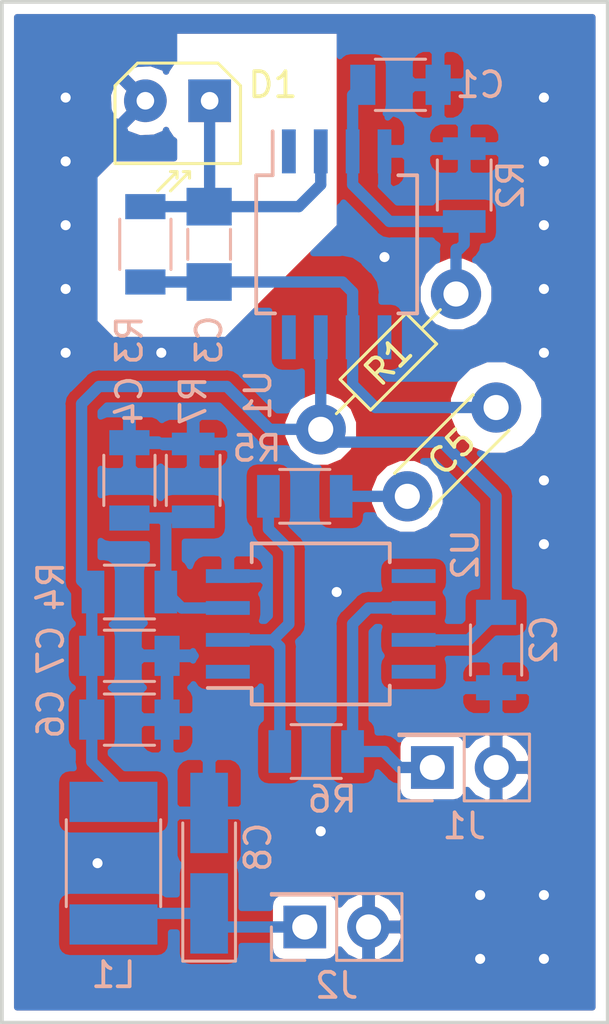
<source format=kicad_pcb>
(kicad_pcb (version 20171130) (host pcbnew "(5.0.0)")

  (general
    (thickness 1.6)
    (drawings 4)
    (tracks 90)
    (zones 0)
    (modules 21)
    (nets 11)
  )

  (page A4)
  (layers
    (0 F.Cu signal)
    (31 B.Cu signal)
    (32 B.Adhes user)
    (33 F.Adhes user)
    (34 B.Paste user)
    (35 F.Paste user)
    (36 B.SilkS user)
    (37 F.SilkS user)
    (38 B.Mask user hide)
    (39 F.Mask user hide)
    (40 Dwgs.User user)
    (41 Cmts.User user)
    (42 Eco1.User user)
    (43 Eco2.User user)
    (44 Edge.Cuts user)
    (45 Margin user)
    (46 B.CrtYd user)
    (47 F.CrtYd user)
    (48 B.Fab user hide)
    (49 F.Fab user)
  )

  (setup
    (last_trace_width 0.45)
    (trace_clearance 0.25)
    (zone_clearance 0.408)
    (zone_45_only yes)
    (trace_min 0.25)
    (segment_width 0.2)
    (edge_width 0.15)
    (via_size 0.6)
    (via_drill 0.4)
    (via_min_size 0.4)
    (via_min_drill 0.3)
    (uvia_size 0.3)
    (uvia_drill 0.1)
    (uvias_allowed no)
    (uvia_min_size 0.2)
    (uvia_min_drill 0.1)
    (pcb_text_width 0.3)
    (pcb_text_size 1.5 1.5)
    (mod_edge_width 0.15)
    (mod_text_size 1 1)
    (mod_text_width 0.15)
    (pad_size 1.524 1.524)
    (pad_drill 0.6)
    (pad_to_mask_clearance 0.2)
    (aux_axis_origin 0 0)
    (visible_elements 7FFFFFFF)
    (pcbplotparams
      (layerselection 0x010f0_ffffffff)
      (usegerberextensions false)
      (usegerberattributes true)
      (usegerberadvancedattributes false)
      (creategerberjobfile false)
      (excludeedgelayer false)
      (linewidth 0.150000)
      (plotframeref false)
      (viasonmask false)
      (mode 1)
      (useauxorigin false)
      (hpglpennumber 1)
      (hpglpenspeed 20)
      (hpglpendiameter 15.000000)
      (psnegative false)
      (psa4output false)
      (plotreference true)
      (plotvalue true)
      (plotinvisibletext false)
      (padsonsilk false)
      (subtractmaskfromsilk false)
      (outputformat 1)
      (mirror false)
      (drillshape 0)
      (scaleselection 1)
      (outputdirectory "Nowy folder/"))
  )

  (net 0 "")
  (net 1 "Net-(C1-Pad1)")
  (net 2 GND)
  (net 3 "Net-(C3-Pad1)")
  (net 4 "Net-(C3-Pad2)")
  (net 5 "Net-(C5-Pad1)")
  (net 6 "Net-(J1-Pad1)")
  (net 7 "Net-(R5-Pad2)")
  (net 8 "Net-(C2-Pad1)")
  (net 9 "Net-(C4-Pad1)")
  (net 10 "Net-(C8-Pad1)")

  (net_class Default "This is the default net class."
    (clearance 0.25)
    (trace_width 0.45)
    (via_dia 0.6)
    (via_drill 0.4)
    (uvia_dia 0.3)
    (uvia_drill 0.1)
    (add_net GND)
    (add_net "Net-(C1-Pad1)")
    (add_net "Net-(C2-Pad1)")
    (add_net "Net-(C4-Pad1)")
    (add_net "Net-(C5-Pad1)")
    (add_net "Net-(C8-Pad1)")
    (add_net "Net-(J1-Pad1)")
    (add_net "Net-(R5-Pad2)")
  )

  (net_class "low signal" ""
    (clearance 0.8)
    (trace_width 0.45)
    (via_dia 0.6)
    (via_drill 0.4)
    (uvia_dia 0.3)
    (uvia_drill 0.1)
    (add_net "Net-(C3-Pad1)")
    (add_net "Net-(C3-Pad2)")
  )

  (module Housings_SOIC:SO-8_5.3x6.2mm_Pitch1.27mm (layer B.Cu) (tedit 59920130) (tstamp 5A54C01A)
    (at 142.195621 79.089969 270)
    (descr "8-Lead Plastic Small Outline, 5.3x6.2mm Body (http://www.ti.com.cn/cn/lit/ds/symlink/tl7705a.pdf)")
    (tags "SOIC 1.27")
    (path /5A54E9B2)
    (attr smd)
    (fp_text reference U1 (at 6.000031 3.130621 270) (layer B.SilkS)
      (effects (font (size 1 1) (thickness 0.15)) (justify mirror))
    )
    (fp_text value OPA333xxD (at 0 -4.13 270) (layer B.Fab)
      (effects (font (size 1 1) (thickness 0.15)) (justify mirror))
    )
    (fp_text user %R (at 0 0 270) (layer B.Fab)
      (effects (font (size 1 1) (thickness 0.15)) (justify mirror))
    )
    (fp_line (start -1.65 3.1) (end 2.65 3.1) (layer B.Fab) (width 0.15))
    (fp_line (start 2.65 3.1) (end 2.65 -3.1) (layer B.Fab) (width 0.15))
    (fp_line (start 2.65 -3.1) (end -2.65 -3.1) (layer B.Fab) (width 0.15))
    (fp_line (start -2.65 -3.1) (end -2.65 2.1) (layer B.Fab) (width 0.15))
    (fp_line (start -2.65 2.1) (end -1.65 3.1) (layer B.Fab) (width 0.15))
    (fp_line (start -4.83 3.35) (end -4.83 -3.35) (layer B.CrtYd) (width 0.05))
    (fp_line (start 4.83 3.35) (end 4.83 -3.35) (layer B.CrtYd) (width 0.05))
    (fp_line (start -4.83 3.35) (end 4.83 3.35) (layer B.CrtYd) (width 0.05))
    (fp_line (start -4.83 -3.35) (end 4.83 -3.35) (layer B.CrtYd) (width 0.05))
    (fp_line (start -2.75 3.205) (end -2.75 2.55) (layer B.SilkS) (width 0.15))
    (fp_line (start 2.75 3.205) (end 2.75 2.455) (layer B.SilkS) (width 0.15))
    (fp_line (start 2.75 -3.205) (end 2.75 -2.455) (layer B.SilkS) (width 0.15))
    (fp_line (start -2.75 -3.205) (end -2.75 -2.455) (layer B.SilkS) (width 0.15))
    (fp_line (start -2.75 3.205) (end 2.75 3.205) (layer B.SilkS) (width 0.15))
    (fp_line (start -2.75 -3.205) (end 2.75 -3.205) (layer B.SilkS) (width 0.15))
    (fp_line (start -2.75 2.55) (end -4.5 2.55) (layer B.SilkS) (width 0.15))
    (pad 1 smd rect (at -3.7 1.905 270) (size 1.75 0.55) (layers B.Cu B.Paste B.Mask))
    (pad 2 smd rect (at -3.7 0.635 270) (size 1.75 0.55) (layers B.Cu B.Paste B.Mask)
      (net 4 "Net-(C3-Pad2)"))
    (pad 3 smd rect (at -3.7 -0.635 270) (size 1.75 0.55) (layers B.Cu B.Paste B.Mask)
      (net 1 "Net-(C1-Pad1)"))
    (pad 4 smd rect (at -3.7 -1.905 270) (size 1.75 0.55) (layers B.Cu B.Paste B.Mask)
      (net 2 GND))
    (pad 5 smd rect (at 3.7 -1.905 270) (size 1.75 0.55) (layers B.Cu B.Paste B.Mask))
    (pad 6 smd rect (at 3.7 -0.635 270) (size 1.75 0.55) (layers B.Cu B.Paste B.Mask)
      (net 3 "Net-(C3-Pad1)"))
    (pad 7 smd rect (at 3.7 0.635 270) (size 1.75 0.55) (layers B.Cu B.Paste B.Mask)
      (net 8 "Net-(C2-Pad1)"))
    (pad 8 smd rect (at 3.7 1.905 270) (size 1.75 0.55) (layers B.Cu B.Paste B.Mask))
    (model ${KISYS3DMOD}/Housings_SOIC.3dshapes/SO-8_5.3x6.2mm_Pitch1.27mm.wrl
      (at (xyz 0 0 0))
      (scale (xyz 1 1 1))
      (rotate (xyz 0 0 0))
    )
  )

  (module Resistors_THT:R_Axial_DIN0204_L3.6mm_D1.6mm_P7.62mm_Horizontal (layer F.Cu) (tedit 5A55EA9F) (tstamp 5A55E3B5)
    (at 141.560621 86.455969 45)
    (descr "Resistor, Axial_DIN0204 series, Axial, Horizontal, pin pitch=7.62mm, 0.16666666666666666W = 1/6W, length*diameter=3.6*1.6mm^2, http://cdn-reichelt.de/documents/datenblatt/B400/1_4W%23YAG.pdf")
    (tags "Resistor Axial_DIN0204 series Axial Horizontal pin pitch 7.62mm 0.16666666666666666W = 1/6W length 3.6mm diameter 1.6mm")
    (path /5A5379A2)
    (fp_text reference R1 (at 3.81 0 45) (layer F.SilkS)
      (effects (font (size 1 1) (thickness 0.15)))
    )
    (fp_text value 1k (at 3.81 1.86 45) (layer F.Fab)
      (effects (font (size 1 1) (thickness 0.15)))
    )
    (fp_line (start 2.01 -0.8) (end 2.01 0.8) (layer F.Fab) (width 0.1))
    (fp_line (start 2.01 0.8) (end 5.61 0.8) (layer F.Fab) (width 0.1))
    (fp_line (start 5.61 0.8) (end 5.61 -0.8) (layer F.Fab) (width 0.1))
    (fp_line (start 5.61 -0.8) (end 2.01 -0.8) (layer F.Fab) (width 0.1))
    (fp_line (start 0 0) (end 2.01 0) (layer F.Fab) (width 0.1))
    (fp_line (start 7.62 0) (end 5.61 0) (layer F.Fab) (width 0.1))
    (fp_line (start 1.95 -0.86) (end 1.95 0.86) (layer F.SilkS) (width 0.12))
    (fp_line (start 1.95 0.86) (end 5.67 0.86) (layer F.SilkS) (width 0.12))
    (fp_line (start 5.67 0.86) (end 5.67 -0.86) (layer F.SilkS) (width 0.12))
    (fp_line (start 5.67 -0.86) (end 1.95 -0.86) (layer F.SilkS) (width 0.12))
    (fp_line (start 0.88 0) (end 1.95 0) (layer F.SilkS) (width 0.12))
    (fp_line (start 6.74 0) (end 5.67 0) (layer F.SilkS) (width 0.12))
    (fp_line (start -0.95 -1.15) (end -0.95 1.15) (layer F.CrtYd) (width 0.05))
    (fp_line (start -0.95 1.15) (end 8.6 1.15) (layer F.CrtYd) (width 0.05))
    (fp_line (start 8.6 1.15) (end 8.6 -1.15) (layer F.CrtYd) (width 0.05))
    (fp_line (start 8.6 -1.15) (end -0.95 -1.15) (layer F.CrtYd) (width 0.05))
    (pad 1 thru_hole circle (at 0 0 45) (size 2 2) (drill 1) (layers *.Cu *.Mask)
      (net 8 "Net-(C2-Pad1)"))
    (pad 2 thru_hole circle (at 7.62 0 45) (size 2 2) (drill 1) (layers *.Cu *.Mask)
      (net 1 "Net-(C1-Pad1)"))
    (model ${KISYS3DMOD}/Resistors_THT.3dshapes/R_Axial_DIN0204_L3.6mm_D1.6mm_P7.62mm_Horizontal.wrl
      (at (xyz 0 0 0))
      (scale (xyz 0.393701 0.393701 0.393701))
      (rotate (xyz 0 0 0))
    )
  )

  (module Capacitors_THT:C_Disc_D4.3mm_W1.9mm_P5.00mm (layer F.Cu) (tedit 5A55EA61) (tstamp 5A55E239)
    (at 145.010087 89.122969 45)
    (descr "C, Disc series, Radial, pin pitch=5.00mm, , diameter*width=4.3*1.9mm^2, Capacitor, http://www.vishay.com/docs/45233/krseries.pdf")
    (tags "C Disc series Radial pin pitch 5.00mm  diameter 4.3mm width 1.9mm Capacitor")
    (path /5A54AF26)
    (fp_text reference C5 (at 2.5 0 45) (layer F.SilkS)
      (effects (font (size 1 1) (thickness 0.15)))
    )
    (fp_text value 1n (at 2.5 2.26 45) (layer F.Fab)
      (effects (font (size 1 1) (thickness 0.15)))
    )
    (fp_line (start 0.35 -0.95) (end 0.35 0.95) (layer F.Fab) (width 0.1))
    (fp_line (start 0.35 0.95) (end 4.65 0.95) (layer F.Fab) (width 0.1))
    (fp_line (start 4.65 0.95) (end 4.65 -0.95) (layer F.Fab) (width 0.1))
    (fp_line (start 4.65 -0.95) (end 0.35 -0.95) (layer F.Fab) (width 0.1))
    (fp_line (start 0.29 -1.01) (end 4.71 -1.01) (layer F.SilkS) (width 0.12))
    (fp_line (start 0.29 1.01) (end 4.71 1.01) (layer F.SilkS) (width 0.12))
    (fp_line (start 0.29 -1.01) (end 0.29 -0.996) (layer F.SilkS) (width 0.12))
    (fp_line (start 0.29 0.996) (end 0.29 1.01) (layer F.SilkS) (width 0.12))
    (fp_line (start 4.71 -1.01) (end 4.71 -0.996) (layer F.SilkS) (width 0.12))
    (fp_line (start 4.71 0.996) (end 4.71 1.01) (layer F.SilkS) (width 0.12))
    (fp_line (start -1.05 -1.3) (end -1.05 1.3) (layer F.CrtYd) (width 0.05))
    (fp_line (start -1.05 1.3) (end 6.05 1.3) (layer F.CrtYd) (width 0.05))
    (fp_line (start 6.05 1.3) (end 6.05 -1.3) (layer F.CrtYd) (width 0.05))
    (fp_line (start 6.05 -1.3) (end -1.05 -1.3) (layer F.CrtYd) (width 0.05))
    (fp_text user %R (at 2.5 0 45) (layer F.Fab)
      (effects (font (size 1 1) (thickness 0.15)))
    )
    (pad 1 thru_hole circle (at 0 0 45) (size 2 2) (drill 1) (layers *.Cu *.Mask)
      (net 5 "Net-(C5-Pad1)"))
    (pad 2 thru_hole circle (at 5 0 45) (size 2 2) (drill 1) (layers *.Cu *.Mask)
      (net 3 "Net-(C3-Pad1)"))
    (model ${KISYS3DMOD}/Capacitors_THT.3dshapes/C_Disc_D4.3mm_W1.9mm_P5.00mm.wrl
      (at (xyz 0 0 0))
      (scale (xyz 1 1 1))
      (rotate (xyz 0 0 0))
    )
  )

  (module Capacitors_SMD:C_1206 (layer B.Cu) (tedit 58AA84B8) (tstamp 5A537EB8)
    (at 144.735621 72.739969)
    (descr "Capacitor SMD 1206, reflow soldering, AVX (see smccp.pdf)")
    (tags "capacitor 1206")
    (path /5A5379D1)
    (attr smd)
    (fp_text reference C1 (at 3.175 0) (layer B.SilkS)
      (effects (font (size 1 1) (thickness 0.15)) (justify mirror))
    )
    (fp_text value 100n (at -4.445 -0.635) (layer B.Fab)
      (effects (font (size 1 1) (thickness 0.15)) (justify mirror))
    )
    (fp_text user %R (at -3.81 0.635) (layer B.Fab)
      (effects (font (size 1 1) (thickness 0.15)) (justify mirror))
    )
    (fp_line (start -1.6 -0.8) (end -1.6 0.8) (layer B.Fab) (width 0.1))
    (fp_line (start 1.6 -0.8) (end -1.6 -0.8) (layer B.Fab) (width 0.1))
    (fp_line (start 1.6 0.8) (end 1.6 -0.8) (layer B.Fab) (width 0.1))
    (fp_line (start -1.6 0.8) (end 1.6 0.8) (layer B.Fab) (width 0.1))
    (fp_line (start 1 1.02) (end -1 1.02) (layer B.SilkS) (width 0.12))
    (fp_line (start -1 -1.02) (end 1 -1.02) (layer B.SilkS) (width 0.12))
    (fp_line (start -2.25 1.05) (end 2.25 1.05) (layer B.CrtYd) (width 0.05))
    (fp_line (start -2.25 1.05) (end -2.25 -1.05) (layer B.CrtYd) (width 0.05))
    (fp_line (start 2.25 -1.05) (end 2.25 1.05) (layer B.CrtYd) (width 0.05))
    (fp_line (start 2.25 -1.05) (end -2.25 -1.05) (layer B.CrtYd) (width 0.05))
    (pad 1 smd rect (at -1.5 0) (size 1 1.6) (layers B.Cu B.Paste B.Mask)
      (net 1 "Net-(C1-Pad1)"))
    (pad 2 smd rect (at 1.5 0) (size 1 1.6) (layers B.Cu B.Paste B.Mask)
      (net 2 GND))
    (model Capacitors_SMD.3dshapes/C_1206.wrl
      (at (xyz 0 0 0))
      (scale (xyz 1 1 1))
      (rotate (xyz 0 0 0))
    )
  )

  (module Capacitors_SMD:C_1206 (layer B.Cu) (tedit 58AA84B8) (tstamp 5A537EBE)
    (at 148.545621 95.242969 270)
    (descr "Capacitor SMD 1206, reflow soldering, AVX (see smccp.pdf)")
    (tags "capacitor 1206")
    (path /5A538230)
    (attr smd)
    (fp_text reference C2 (at -0.405 -1.905 270) (layer B.SilkS)
      (effects (font (size 1 1) (thickness 0.15)) (justify mirror))
    )
    (fp_text value 100n (at -5.08 -0.635 270) (layer B.Fab)
      (effects (font (size 1 1) (thickness 0.15)) (justify mirror))
    )
    (fp_text user %R (at -6.35 0.635 270) (layer B.Fab)
      (effects (font (size 1 1) (thickness 0.15)) (justify mirror))
    )
    (fp_line (start -1.6 -0.8) (end -1.6 0.8) (layer B.Fab) (width 0.1))
    (fp_line (start 1.6 -0.8) (end -1.6 -0.8) (layer B.Fab) (width 0.1))
    (fp_line (start 1.6 0.8) (end 1.6 -0.8) (layer B.Fab) (width 0.1))
    (fp_line (start -1.6 0.8) (end 1.6 0.8) (layer B.Fab) (width 0.1))
    (fp_line (start 1 1.02) (end -1 1.02) (layer B.SilkS) (width 0.12))
    (fp_line (start -1 -1.02) (end 1 -1.02) (layer B.SilkS) (width 0.12))
    (fp_line (start -2.25 1.05) (end 2.25 1.05) (layer B.CrtYd) (width 0.05))
    (fp_line (start -2.25 1.05) (end -2.25 -1.05) (layer B.CrtYd) (width 0.05))
    (fp_line (start 2.25 -1.05) (end 2.25 1.05) (layer B.CrtYd) (width 0.05))
    (fp_line (start 2.25 -1.05) (end -2.25 -1.05) (layer B.CrtYd) (width 0.05))
    (pad 1 smd rect (at -1.5 0 270) (size 1 1.6) (layers B.Cu B.Paste B.Mask)
      (net 8 "Net-(C2-Pad1)"))
    (pad 2 smd rect (at 1.5 0 270) (size 1 1.6) (layers B.Cu B.Paste B.Mask)
      (net 2 GND))
    (model Capacitors_SMD.3dshapes/C_1206.wrl
      (at (xyz 0 0 0))
      (scale (xyz 1 1 1))
      (rotate (xyz 0 0 0))
    )
  )

  (module Opto-Devices:PhotoDiode_BPW82 (layer F.Cu) (tedit 588C9E1E) (tstamp 5A537ECA)
    (at 137.135621 73.374969 180)
    (descr "PhotoDiode, BPW82, RM2.54")
    (tags "PhotoDiode BPW82 RM2.54")
    (path /5A537622)
    (fp_text reference D1 (at -2.52 0.635 180) (layer F.SilkS)
      (effects (font (size 1 1) (thickness 0.15)))
    )
    (fp_text value D_Photo (at 1.25 -3.5 180) (layer F.Fab)
      (effects (font (size 1 1) (thickness 0.15)))
    )
    (fp_line (start -1.15 -2.45) (end 3.7 -2.45) (layer F.Fab) (width 0.1))
    (fp_line (start 3.7 -2.45) (end 3.7 0.55) (layer F.Fab) (width 0.1))
    (fp_line (start 3.7 0.55) (end 2.85 1.4) (layer F.Fab) (width 0.1))
    (fp_line (start 2.85 1.4) (end -0.3 1.4) (layer F.Fab) (width 0.1))
    (fp_line (start -0.3 1.4) (end -1.15 0.55) (layer F.Fab) (width 0.1))
    (fp_line (start -1.15 0.55) (end -1.15 -2.45) (layer F.Fab) (width 0.1))
    (fp_line (start -1.23 -2.5) (end -1.23 0.6) (layer F.SilkS) (width 0.12))
    (fp_line (start -1.23 0.6) (end -0.33 1.5) (layer F.SilkS) (width 0.12))
    (fp_line (start -0.33 1.5) (end 2.87 1.5) (layer F.SilkS) (width 0.12))
    (fp_line (start 3.77 -2.5) (end 3.77 0.6) (layer F.SilkS) (width 0.12))
    (fp_line (start 3.77 0.6) (end 2.87 1.5) (layer F.SilkS) (width 0.12))
    (fp_line (start -1.23 -2.5) (end 3.77 -2.5) (layer F.SilkS) (width 0.12))
    (fp_line (start 1.3 -2.82) (end 1.56 -2.82) (layer F.SilkS) (width 0.12))
    (fp_line (start 1.3 -2.82) (end 1.3 -3.08) (layer F.SilkS) (width 0.12))
    (fp_line (start 0.8 -2.82) (end 1.05 -2.82) (layer F.SilkS) (width 0.12))
    (fp_line (start 0.8 -2.82) (end 0.8 -3.08) (layer F.SilkS) (width 0.12))
    (fp_line (start 1.56 -3.59) (end 0.8 -2.82) (layer F.SilkS) (width 0.12))
    (fp_line (start 2.07 -3.59) (end 1.3 -2.82) (layer F.SilkS) (width 0.12))
    (fp_line (start -1.4 -2.7) (end 3.95 -2.7) (layer F.CrtYd) (width 0.05))
    (fp_line (start -1.4 -2.7) (end -1.4 1.65) (layer F.CrtYd) (width 0.05))
    (fp_line (start 3.95 1.65) (end 3.95 -2.7) (layer F.CrtYd) (width 0.05))
    (fp_line (start 3.95 1.65) (end -1.4 1.65) (layer F.CrtYd) (width 0.05))
    (pad 2 thru_hole circle (at 2.56 0) (size 1.7 1.7) (drill 0.7) (layers *.Cu *.Mask)
      (net 2 GND))
    (pad 1 thru_hole rect (at 0 0) (size 1.7 1.7) (drill 0.7) (layers *.Cu *.Mask)
      (net 4 "Net-(C3-Pad2)"))
  )

  (module Resistors_SMD:R_1206 (layer B.Cu) (tedit 58E0A804) (tstamp 5A537EDC)
    (at 147.275621 76.729969 90)
    (descr "Resistor SMD 1206, reflow soldering, Vishay (see dcrcw.pdf)")
    (tags "resistor 1206")
    (path /5A537971)
    (attr smd)
    (fp_text reference R2 (at 0 1.85 90) (layer B.SilkS)
      (effects (font (size 1 1) (thickness 0.15)) (justify mirror))
    )
    (fp_text value 1k (at 0.635 1.905 90) (layer B.Fab)
      (effects (font (size 1 1) (thickness 0.15)) (justify mirror))
    )
    (fp_text user %R (at 0 0 90) (layer F.Fab)
      (effects (font (size 0.7 0.7) (thickness 0.105)))
    )
    (fp_line (start -1.6 -0.8) (end -1.6 0.8) (layer B.Fab) (width 0.1))
    (fp_line (start 1.6 -0.8) (end -1.6 -0.8) (layer B.Fab) (width 0.1))
    (fp_line (start 1.6 0.8) (end 1.6 -0.8) (layer B.Fab) (width 0.1))
    (fp_line (start -1.6 0.8) (end 1.6 0.8) (layer B.Fab) (width 0.1))
    (fp_line (start 1 -1.07) (end -1 -1.07) (layer B.SilkS) (width 0.12))
    (fp_line (start -1 1.07) (end 1 1.07) (layer B.SilkS) (width 0.12))
    (fp_line (start -2.15 1.11) (end 2.15 1.11) (layer B.CrtYd) (width 0.05))
    (fp_line (start -2.15 1.11) (end -2.15 -1.1) (layer B.CrtYd) (width 0.05))
    (fp_line (start 2.15 -1.1) (end 2.15 1.11) (layer B.CrtYd) (width 0.05))
    (fp_line (start 2.15 -1.1) (end -2.15 -1.1) (layer B.CrtYd) (width 0.05))
    (pad 1 smd rect (at -1.45 0 90) (size 0.9 1.7) (layers B.Cu B.Paste B.Mask)
      (net 1 "Net-(C1-Pad1)"))
    (pad 2 smd rect (at 1.45 0 90) (size 0.9 1.7) (layers B.Cu B.Paste B.Mask)
      (net 2 GND))
    (model ${KISYS3DMOD}/Resistors_SMD.3dshapes/R_1206.wrl
      (at (xyz 0 0 0))
      (scale (xyz 1 1 1))
      (rotate (xyz 0 0 0))
    )
  )

  (module Housings_SOIC:SO-8_5.3x6.2mm_Pitch1.27mm (layer B.Cu) (tedit 59920130) (tstamp 5A54BF66)
    (at 141.560621 94.202969)
    (descr "8-Lead Plastic Small Outline, 5.3x6.2mm Body (http://www.ti.com.cn/cn/lit/ds/symlink/tl7705a.pdf)")
    (tags "SOIC 1.27")
    (path /5A54EB63)
    (attr smd)
    (fp_text reference U2 (at 5.759379 -2.762969 90) (layer B.SilkS)
      (effects (font (size 1 1) (thickness 0.15)) (justify mirror))
    )
    (fp_text value OPA333xxD (at 0 -4.13) (layer B.Fab)
      (effects (font (size 1 1) (thickness 0.15)) (justify mirror))
    )
    (fp_text user %R (at 0 0) (layer B.Fab)
      (effects (font (size 1 1) (thickness 0.15)) (justify mirror))
    )
    (fp_line (start -1.65 3.1) (end 2.65 3.1) (layer B.Fab) (width 0.15))
    (fp_line (start 2.65 3.1) (end 2.65 -3.1) (layer B.Fab) (width 0.15))
    (fp_line (start 2.65 -3.1) (end -2.65 -3.1) (layer B.Fab) (width 0.15))
    (fp_line (start -2.65 -3.1) (end -2.65 2.1) (layer B.Fab) (width 0.15))
    (fp_line (start -2.65 2.1) (end -1.65 3.1) (layer B.Fab) (width 0.15))
    (fp_line (start -4.83 3.35) (end -4.83 -3.35) (layer B.CrtYd) (width 0.05))
    (fp_line (start 4.83 3.35) (end 4.83 -3.35) (layer B.CrtYd) (width 0.05))
    (fp_line (start -4.83 3.35) (end 4.83 3.35) (layer B.CrtYd) (width 0.05))
    (fp_line (start -4.83 -3.35) (end 4.83 -3.35) (layer B.CrtYd) (width 0.05))
    (fp_line (start -2.75 3.205) (end -2.75 2.55) (layer B.SilkS) (width 0.15))
    (fp_line (start 2.75 3.205) (end 2.75 2.455) (layer B.SilkS) (width 0.15))
    (fp_line (start 2.75 -3.205) (end 2.75 -2.455) (layer B.SilkS) (width 0.15))
    (fp_line (start -2.75 -3.205) (end -2.75 -2.455) (layer B.SilkS) (width 0.15))
    (fp_line (start -2.75 3.205) (end 2.75 3.205) (layer B.SilkS) (width 0.15))
    (fp_line (start -2.75 -3.205) (end 2.75 -3.205) (layer B.SilkS) (width 0.15))
    (fp_line (start -2.75 2.55) (end -4.5 2.55) (layer B.SilkS) (width 0.15))
    (pad 1 smd rect (at -3.7 1.905) (size 1.75 0.55) (layers B.Cu B.Paste B.Mask))
    (pad 2 smd rect (at -3.7 0.635) (size 1.75 0.55) (layers B.Cu B.Paste B.Mask)
      (net 7 "Net-(R5-Pad2)"))
    (pad 3 smd rect (at -3.7 -0.635) (size 1.75 0.55) (layers B.Cu B.Paste B.Mask)
      (net 9 "Net-(C4-Pad1)"))
    (pad 4 smd rect (at -3.7 -1.905) (size 1.75 0.55) (layers B.Cu B.Paste B.Mask)
      (net 2 GND))
    (pad 5 smd rect (at 3.7 -1.905) (size 1.75 0.55) (layers B.Cu B.Paste B.Mask))
    (pad 6 smd rect (at 3.7 -0.635) (size 1.75 0.55) (layers B.Cu B.Paste B.Mask)
      (net 6 "Net-(J1-Pad1)"))
    (pad 7 smd rect (at 3.7 0.635) (size 1.75 0.55) (layers B.Cu B.Paste B.Mask)
      (net 8 "Net-(C2-Pad1)"))
    (pad 8 smd rect (at 3.7 1.905) (size 1.75 0.55) (layers B.Cu B.Paste B.Mask))
    (model ${KISYS3DMOD}/Housings_SOIC.3dshapes/SO-8_5.3x6.2mm_Pitch1.27mm.wrl
      (at (xyz 0 0 0))
      (scale (xyz 1 1 1))
      (rotate (xyz 0 0 0))
    )
  )

  (module Capacitors_SMD:C_1206 (layer B.Cu) (tedit 58AA84B8) (tstamp 5A54BFF7)
    (at 134.575621 79.089969 90)
    (descr "Capacitor SMD 1206, reflow soldering, AVX (see smccp.pdf)")
    (tags "capacitor 1206")
    (path /5A537AAB)
    (attr smd)
    (fp_text reference C3 (at -3.81 2.54 90) (layer B.SilkS)
      (effects (font (size 1 1) (thickness 0.15)) (justify mirror))
    )
    (fp_text value 2p (at 0 -2 90) (layer B.Fab)
      (effects (font (size 1 1) (thickness 0.15)) (justify mirror))
    )
    (fp_text user %R (at 0 1.75 90) (layer B.Fab)
      (effects (font (size 1 1) (thickness 0.15)) (justify mirror))
    )
    (fp_line (start -1.6 -0.8) (end -1.6 0.8) (layer B.Fab) (width 0.1))
    (fp_line (start 1.6 -0.8) (end -1.6 -0.8) (layer B.Fab) (width 0.1))
    (fp_line (start 1.6 0.8) (end 1.6 -0.8) (layer B.Fab) (width 0.1))
    (fp_line (start -1.6 0.8) (end 1.6 0.8) (layer B.Fab) (width 0.1))
    (fp_line (start 1 1.02) (end -1 1.02) (layer B.SilkS) (width 0.12))
    (fp_line (start -1 -1.02) (end 1 -1.02) (layer B.SilkS) (width 0.12))
    (fp_line (start -2.25 1.05) (end 2.25 1.05) (layer B.CrtYd) (width 0.05))
    (fp_line (start -2.25 1.05) (end -2.25 -1.05) (layer B.CrtYd) (width 0.05))
    (fp_line (start 2.25 -1.05) (end 2.25 1.05) (layer B.CrtYd) (width 0.05))
    (fp_line (start 2.25 -1.05) (end -2.25 -1.05) (layer B.CrtYd) (width 0.05))
    (pad 1 smd rect (at -1.5 0 90) (size 1 1.6) (layers B.Cu B.Paste B.Mask)
      (net 3 "Net-(C3-Pad1)"))
    (pad 2 smd rect (at 1.5 0 90) (size 1 1.6) (layers B.Cu B.Paste B.Mask)
      (net 4 "Net-(C3-Pad2)"))
    (model Capacitors_SMD.3dshapes/C_1206.wrl
      (at (xyz 0 0 0))
      (scale (xyz 1 1 1))
      (rotate (xyz 0 0 0))
    )
  )

  (module Resistors_SMD:R_1206 (layer B.Cu) (tedit 58E0A804) (tstamp 5A54C31A)
    (at 140.925621 89.122969 180)
    (descr "Resistor SMD 1206, reflow soldering, Vishay (see dcrcw.pdf)")
    (tags "resistor 1206")
    (path /5A54AF76)
    (attr smd)
    (fp_text reference R5 (at 1.905 1.905 180) (layer B.SilkS)
      (effects (font (size 1 1) (thickness 0.15)) (justify mirror))
    )
    (fp_text value 10k (at 0 -1.95 180) (layer B.Fab)
      (effects (font (size 1 1) (thickness 0.15)) (justify mirror))
    )
    (fp_text user %R (at 0 0 180) (layer B.Fab)
      (effects (font (size 0.7 0.7) (thickness 0.105)) (justify mirror))
    )
    (fp_line (start -1.6 -0.8) (end -1.6 0.8) (layer B.Fab) (width 0.1))
    (fp_line (start 1.6 -0.8) (end -1.6 -0.8) (layer B.Fab) (width 0.1))
    (fp_line (start 1.6 0.8) (end 1.6 -0.8) (layer B.Fab) (width 0.1))
    (fp_line (start -1.6 0.8) (end 1.6 0.8) (layer B.Fab) (width 0.1))
    (fp_line (start 1 -1.07) (end -1 -1.07) (layer B.SilkS) (width 0.12))
    (fp_line (start -1 1.07) (end 1 1.07) (layer B.SilkS) (width 0.12))
    (fp_line (start -2.15 1.11) (end 2.15 1.11) (layer B.CrtYd) (width 0.05))
    (fp_line (start -2.15 1.11) (end -2.15 -1.1) (layer B.CrtYd) (width 0.05))
    (fp_line (start 2.15 -1.1) (end 2.15 1.11) (layer B.CrtYd) (width 0.05))
    (fp_line (start 2.15 -1.1) (end -2.15 -1.1) (layer B.CrtYd) (width 0.05))
    (pad 1 smd rect (at -1.45 0 180) (size 0.9 1.7) (layers B.Cu B.Paste B.Mask)
      (net 5 "Net-(C5-Pad1)"))
    (pad 2 smd rect (at 1.45 0 180) (size 0.9 1.7) (layers B.Cu B.Paste B.Mask)
      (net 7 "Net-(R5-Pad2)"))
    (model ${KISYS3DMOD}/Resistors_SMD.3dshapes/R_1206.wrl
      (at (xyz 0 0 0))
      (scale (xyz 1 1 1))
      (rotate (xyz 0 0 0))
    )
  )

  (module Resistors_SMD:R_1206 (layer B.Cu) (tedit 58E0A804) (tstamp 5B9FF475)
    (at 141.380621 99.282969)
    (descr "Resistor SMD 1206, reflow soldering, Vishay (see dcrcw.pdf)")
    (tags "resistor 1206")
    (path /5A54AFD7)
    (attr smd)
    (fp_text reference R6 (at 0.635 1.905) (layer B.SilkS)
      (effects (font (size 1 1) (thickness 0.15)) (justify mirror))
    )
    (fp_text value 1M (at 0 -1.95) (layer B.Fab)
      (effects (font (size 1 1) (thickness 0.15)) (justify mirror))
    )
    (fp_text user %R (at 0 0) (layer B.Fab)
      (effects (font (size 0.7 0.7) (thickness 0.105)) (justify mirror))
    )
    (fp_line (start -1.6 -0.8) (end -1.6 0.8) (layer B.Fab) (width 0.1))
    (fp_line (start 1.6 -0.8) (end -1.6 -0.8) (layer B.Fab) (width 0.1))
    (fp_line (start 1.6 0.8) (end 1.6 -0.8) (layer B.Fab) (width 0.1))
    (fp_line (start -1.6 0.8) (end 1.6 0.8) (layer B.Fab) (width 0.1))
    (fp_line (start 1 -1.07) (end -1 -1.07) (layer B.SilkS) (width 0.12))
    (fp_line (start -1 1.07) (end 1 1.07) (layer B.SilkS) (width 0.12))
    (fp_line (start -2.15 1.11) (end 2.15 1.11) (layer B.CrtYd) (width 0.05))
    (fp_line (start -2.15 1.11) (end -2.15 -1.1) (layer B.CrtYd) (width 0.05))
    (fp_line (start 2.15 -1.1) (end 2.15 1.11) (layer B.CrtYd) (width 0.05))
    (fp_line (start 2.15 -1.1) (end -2.15 -1.1) (layer B.CrtYd) (width 0.05))
    (pad 1 smd rect (at -1.45 0) (size 0.9 1.7) (layers B.Cu B.Paste B.Mask)
      (net 7 "Net-(R5-Pad2)"))
    (pad 2 smd rect (at 1.45 0) (size 0.9 1.7) (layers B.Cu B.Paste B.Mask)
      (net 6 "Net-(J1-Pad1)"))
    (model ${KISYS3DMOD}/Resistors_SMD.3dshapes/R_1206.wrl
      (at (xyz 0 0 0))
      (scale (xyz 1 1 1))
      (rotate (xyz 0 0 0))
    )
  )

  (module Capacitors_SMD:C_1206 (layer B.Cu) (tedit 58AA84B8) (tstamp 5A54D9A3)
    (at 133.940621 88.487969 90)
    (descr "Capacitor SMD 1206, reflow soldering, AVX (see smccp.pdf)")
    (tags "capacitor 1206")
    (path /5A54F62E)
    (attr smd)
    (fp_text reference C4 (at 3.175 0 90) (layer B.SilkS)
      (effects (font (size 1 1) (thickness 0.15)) (justify mirror))
    )
    (fp_text value 100n (at 0 -2 90) (layer B.Fab)
      (effects (font (size 1 1) (thickness 0.15)) (justify mirror))
    )
    (fp_text user %R (at 0 1.75 90) (layer B.Fab)
      (effects (font (size 1 1) (thickness 0.15)) (justify mirror))
    )
    (fp_line (start -1.6 -0.8) (end -1.6 0.8) (layer B.Fab) (width 0.1))
    (fp_line (start 1.6 -0.8) (end -1.6 -0.8) (layer B.Fab) (width 0.1))
    (fp_line (start 1.6 0.8) (end 1.6 -0.8) (layer B.Fab) (width 0.1))
    (fp_line (start -1.6 0.8) (end 1.6 0.8) (layer B.Fab) (width 0.1))
    (fp_line (start 1 1.02) (end -1 1.02) (layer B.SilkS) (width 0.12))
    (fp_line (start -1 -1.02) (end 1 -1.02) (layer B.SilkS) (width 0.12))
    (fp_line (start -2.25 1.05) (end 2.25 1.05) (layer B.CrtYd) (width 0.05))
    (fp_line (start -2.25 1.05) (end -2.25 -1.05) (layer B.CrtYd) (width 0.05))
    (fp_line (start 2.25 -1.05) (end 2.25 1.05) (layer B.CrtYd) (width 0.05))
    (fp_line (start 2.25 -1.05) (end -2.25 -1.05) (layer B.CrtYd) (width 0.05))
    (pad 1 smd rect (at -1.5 0 90) (size 1 1.6) (layers B.Cu B.Paste B.Mask)
      (net 9 "Net-(C4-Pad1)"))
    (pad 2 smd rect (at 1.5 0 90) (size 1 1.6) (layers B.Cu B.Paste B.Mask)
      (net 2 GND))
    (model Capacitors_SMD.3dshapes/C_1206.wrl
      (at (xyz 0 0 0))
      (scale (xyz 1 1 1))
      (rotate (xyz 0 0 0))
    )
  )

  (module Capacitors_SMD:C_1206 (layer B.Cu) (tedit 58AA84B8) (tstamp 5A54D9A9)
    (at 133.940621 98.012969)
    (descr "Capacitor SMD 1206, reflow soldering, AVX (see smccp.pdf)")
    (tags "capacitor 1206")
    (path /5A550718)
    (attr smd)
    (fp_text reference C6 (at -3.130621 -0.222969 90) (layer B.SilkS)
      (effects (font (size 1 1) (thickness 0.15)) (justify mirror))
    )
    (fp_text value 100n (at 0 -2) (layer B.Fab)
      (effects (font (size 1 1) (thickness 0.15)) (justify mirror))
    )
    (fp_text user %R (at 0 1.75) (layer B.Fab)
      (effects (font (size 1 1) (thickness 0.15)) (justify mirror))
    )
    (fp_line (start -1.6 -0.8) (end -1.6 0.8) (layer B.Fab) (width 0.1))
    (fp_line (start 1.6 -0.8) (end -1.6 -0.8) (layer B.Fab) (width 0.1))
    (fp_line (start 1.6 0.8) (end 1.6 -0.8) (layer B.Fab) (width 0.1))
    (fp_line (start -1.6 0.8) (end 1.6 0.8) (layer B.Fab) (width 0.1))
    (fp_line (start 1 1.02) (end -1 1.02) (layer B.SilkS) (width 0.12))
    (fp_line (start -1 -1.02) (end 1 -1.02) (layer B.SilkS) (width 0.12))
    (fp_line (start -2.25 1.05) (end 2.25 1.05) (layer B.CrtYd) (width 0.05))
    (fp_line (start -2.25 1.05) (end -2.25 -1.05) (layer B.CrtYd) (width 0.05))
    (fp_line (start 2.25 -1.05) (end 2.25 1.05) (layer B.CrtYd) (width 0.05))
    (fp_line (start 2.25 -1.05) (end -2.25 -1.05) (layer B.CrtYd) (width 0.05))
    (pad 1 smd rect (at -1.5 0) (size 1 1.6) (layers B.Cu B.Paste B.Mask)
      (net 8 "Net-(C2-Pad1)"))
    (pad 2 smd rect (at 1.5 0) (size 1 1.6) (layers B.Cu B.Paste B.Mask)
      (net 2 GND))
    (model Capacitors_SMD.3dshapes/C_1206.wrl
      (at (xyz 0 0 0))
      (scale (xyz 1 1 1))
      (rotate (xyz 0 0 0))
    )
  )

  (module Capacitors_SMD:C_1206 (layer B.Cu) (tedit 58AA84B8) (tstamp 5A54D9AF)
    (at 133.940621 95.472969)
    (descr "Capacitor SMD 1206, reflow soldering, AVX (see smccp.pdf)")
    (tags "capacitor 1206")
    (path /5A550D62)
    (attr smd)
    (fp_text reference C7 (at -3.130621 -0.222969 90) (layer B.SilkS)
      (effects (font (size 1 1) (thickness 0.15)) (justify mirror))
    )
    (fp_text value 100n (at 0 -2) (layer B.Fab)
      (effects (font (size 1 1) (thickness 0.15)) (justify mirror))
    )
    (fp_text user %R (at 0 1.75) (layer B.Fab)
      (effects (font (size 1 1) (thickness 0.15)) (justify mirror))
    )
    (fp_line (start -1.6 -0.8) (end -1.6 0.8) (layer B.Fab) (width 0.1))
    (fp_line (start 1.6 -0.8) (end -1.6 -0.8) (layer B.Fab) (width 0.1))
    (fp_line (start 1.6 0.8) (end 1.6 -0.8) (layer B.Fab) (width 0.1))
    (fp_line (start -1.6 0.8) (end 1.6 0.8) (layer B.Fab) (width 0.1))
    (fp_line (start 1 1.02) (end -1 1.02) (layer B.SilkS) (width 0.12))
    (fp_line (start -1 -1.02) (end 1 -1.02) (layer B.SilkS) (width 0.12))
    (fp_line (start -2.25 1.05) (end 2.25 1.05) (layer B.CrtYd) (width 0.05))
    (fp_line (start -2.25 1.05) (end -2.25 -1.05) (layer B.CrtYd) (width 0.05))
    (fp_line (start 2.25 -1.05) (end 2.25 1.05) (layer B.CrtYd) (width 0.05))
    (fp_line (start 2.25 -1.05) (end -2.25 -1.05) (layer B.CrtYd) (width 0.05))
    (pad 1 smd rect (at -1.5 0) (size 1 1.6) (layers B.Cu B.Paste B.Mask)
      (net 8 "Net-(C2-Pad1)"))
    (pad 2 smd rect (at 1.5 0) (size 1 1.6) (layers B.Cu B.Paste B.Mask)
      (net 2 GND))
    (model Capacitors_SMD.3dshapes/C_1206.wrl
      (at (xyz 0 0 0))
      (scale (xyz 1 1 1))
      (rotate (xyz 0 0 0))
    )
  )

  (module Resistors_SMD:R_MiniMELF_MMA-0204 (layer B.Cu) (tedit 58FE61E9) (tstamp 5A54D9BB)
    (at 137.115621 79.089969 270)
    (descr "Resistor, MiniMELF, MMA-0204, http://www.vishay.com/docs/28713/melfprof.pdf")
    (tags "MiniMELF Resistor")
    (path /5A537870)
    (attr smd)
    (fp_text reference R3 (at 3.81 3.175 270) (layer B.SilkS)
      (effects (font (size 1 1) (thickness 0.15)) (justify mirror))
    )
    (fp_text value 10M (at 0 -1.7 270) (layer B.Fab)
      (effects (font (size 1 1) (thickness 0.15)) (justify mirror))
    )
    (fp_text user %R (at 0 0 270) (layer B.Fab)
      (effects (font (size 0.6 0.6) (thickness 0.12)) (justify mirror))
    )
    (fp_line (start 0.6 -0.85) (end -0.6 -0.85) (layer B.SilkS) (width 0.12))
    (fp_line (start -0.6 0.85) (end 0.6 0.85) (layer B.SilkS) (width 0.12))
    (fp_line (start 0.9 -0.7) (end 0.9 0.7) (layer B.Fab) (width 0.12))
    (fp_line (start -0.9 0.7) (end -0.9 -0.7) (layer B.Fab) (width 0.12))
    (fp_line (start -1.8 0.7) (end -1.8 -0.7) (layer B.Fab) (width 0.12))
    (fp_line (start -1.8 -0.7) (end 1.8 -0.7) (layer B.Fab) (width 0.12))
    (fp_line (start 1.8 -0.7) (end 1.8 0.7) (layer B.Fab) (width 0.12))
    (fp_line (start 1.8 0.7) (end -1.8 0.7) (layer B.Fab) (width 0.12))
    (fp_line (start -2.5 1.15) (end 2.5 1.15) (layer B.CrtYd) (width 0.05))
    (fp_line (start -2.5 1.15) (end -2.5 -1.15) (layer B.CrtYd) (width 0.05))
    (fp_line (start 2.5 -1.15) (end 2.5 1.15) (layer B.CrtYd) (width 0.05))
    (fp_line (start 2.5 -1.15) (end -2.5 -1.15) (layer B.CrtYd) (width 0.05))
    (pad 1 smd rect (at -1.5 0 270) (size 1.5 1.8) (layers B.Cu B.Paste B.Mask)
      (net 4 "Net-(C3-Pad2)"))
    (pad 2 smd rect (at 1.5 0 270) (size 1.5 1.8) (layers B.Cu B.Paste B.Mask)
      (net 3 "Net-(C3-Pad1)"))
    (model ${KISYS3DMOD}/Resistors_SMD.3dshapes/R_MiniMELF_MMA-0204.wrl
      (at (xyz 0 0 0))
      (scale (xyz 1 1 1))
      (rotate (xyz 0 0 0))
    )
  )

  (module Resistors_SMD:R_1206 (layer B.Cu) (tedit 58E0A804) (tstamp 5A54D9C5)
    (at 133.940621 92.932969)
    (descr "Resistor SMD 1206, reflow soldering, Vishay (see dcrcw.pdf)")
    (tags "resistor 1206")
    (path /5A54F51F)
    (attr smd)
    (fp_text reference R4 (at -3.130621 -0.222969 90) (layer B.SilkS)
      (effects (font (size 1 1) (thickness 0.15)) (justify mirror))
    )
    (fp_text value 1k (at 0 -1.95) (layer B.Fab)
      (effects (font (size 1 1) (thickness 0.15)) (justify mirror))
    )
    (fp_text user %R (at 0 0) (layer B.Fab)
      (effects (font (size 0.7 0.7) (thickness 0.105)) (justify mirror))
    )
    (fp_line (start -1.6 -0.8) (end -1.6 0.8) (layer B.Fab) (width 0.1))
    (fp_line (start 1.6 -0.8) (end -1.6 -0.8) (layer B.Fab) (width 0.1))
    (fp_line (start 1.6 0.8) (end 1.6 -0.8) (layer B.Fab) (width 0.1))
    (fp_line (start -1.6 0.8) (end 1.6 0.8) (layer B.Fab) (width 0.1))
    (fp_line (start 1 -1.07) (end -1 -1.07) (layer B.SilkS) (width 0.12))
    (fp_line (start -1 1.07) (end 1 1.07) (layer B.SilkS) (width 0.12))
    (fp_line (start -2.15 1.11) (end 2.15 1.11) (layer B.CrtYd) (width 0.05))
    (fp_line (start -2.15 1.11) (end -2.15 -1.1) (layer B.CrtYd) (width 0.05))
    (fp_line (start 2.15 -1.1) (end 2.15 1.11) (layer B.CrtYd) (width 0.05))
    (fp_line (start 2.15 -1.1) (end -2.15 -1.1) (layer B.CrtYd) (width 0.05))
    (pad 1 smd rect (at -1.45 0) (size 0.9 1.7) (layers B.Cu B.Paste B.Mask)
      (net 8 "Net-(C2-Pad1)"))
    (pad 2 smd rect (at 1.45 0) (size 0.9 1.7) (layers B.Cu B.Paste B.Mask)
      (net 9 "Net-(C4-Pad1)"))
    (model ${KISYS3DMOD}/Resistors_SMD.3dshapes/R_1206.wrl
      (at (xyz 0 0 0))
      (scale (xyz 1 1 1))
      (rotate (xyz 0 0 0))
    )
  )

  (module Resistors_SMD:R_1206 (layer B.Cu) (tedit 58E0A804) (tstamp 5A54D9CB)
    (at 136.480621 88.487969 90)
    (descr "Resistor SMD 1206, reflow soldering, Vishay (see dcrcw.pdf)")
    (tags "resistor 1206")
    (path /5A54F5CD)
    (attr smd)
    (fp_text reference R7 (at 3.175 0 90) (layer B.SilkS)
      (effects (font (size 1 1) (thickness 0.15)) (justify mirror))
    )
    (fp_text value 1k (at 0 -1.95 90) (layer B.Fab)
      (effects (font (size 1 1) (thickness 0.15)) (justify mirror))
    )
    (fp_text user %R (at 0 0 90) (layer B.Fab)
      (effects (font (size 0.7 0.7) (thickness 0.105)) (justify mirror))
    )
    (fp_line (start -1.6 -0.8) (end -1.6 0.8) (layer B.Fab) (width 0.1))
    (fp_line (start 1.6 -0.8) (end -1.6 -0.8) (layer B.Fab) (width 0.1))
    (fp_line (start 1.6 0.8) (end 1.6 -0.8) (layer B.Fab) (width 0.1))
    (fp_line (start -1.6 0.8) (end 1.6 0.8) (layer B.Fab) (width 0.1))
    (fp_line (start 1 -1.07) (end -1 -1.07) (layer B.SilkS) (width 0.12))
    (fp_line (start -1 1.07) (end 1 1.07) (layer B.SilkS) (width 0.12))
    (fp_line (start -2.15 1.11) (end 2.15 1.11) (layer B.CrtYd) (width 0.05))
    (fp_line (start -2.15 1.11) (end -2.15 -1.1) (layer B.CrtYd) (width 0.05))
    (fp_line (start 2.15 -1.1) (end 2.15 1.11) (layer B.CrtYd) (width 0.05))
    (fp_line (start 2.15 -1.1) (end -2.15 -1.1) (layer B.CrtYd) (width 0.05))
    (pad 1 smd rect (at -1.45 0 90) (size 0.9 1.7) (layers B.Cu B.Paste B.Mask)
      (net 9 "Net-(C4-Pad1)"))
    (pad 2 smd rect (at 1.45 0 90) (size 0.9 1.7) (layers B.Cu B.Paste B.Mask)
      (net 2 GND))
    (model ${KISYS3DMOD}/Resistors_SMD.3dshapes/R_1206.wrl
      (at (xyz 0 0 0))
      (scale (xyz 1 1 1))
      (rotate (xyz 0 0 0))
    )
  )

  (module Capacitors_Tantalum_SMD:CP_Tantalum_Case-A_EIA-3216-18_Hand (layer B.Cu) (tedit 58CC8C08) (tstamp 5B9FF1EF)
    (at 137.115621 103.727969 90)
    (descr "Tantalum capacitor, Case A, EIA 3216-18, 3.2x1.6x1.6mm, Hand soldering footprint")
    (tags "capacitor tantalum smd")
    (path /5A550DF6)
    (attr smd)
    (fp_text reference C8 (at 0.635 1.949379 90) (layer B.SilkS)
      (effects (font (size 1 1) (thickness 0.15)) (justify mirror))
    )
    (fp_text value CP (at 0 -2.55 90) (layer B.Fab)
      (effects (font (size 1 1) (thickness 0.15)) (justify mirror))
    )
    (fp_text user %R (at 0 0 90) (layer B.Fab)
      (effects (font (size 0.7 0.7) (thickness 0.105)) (justify mirror))
    )
    (fp_line (start -4 1.2) (end -4 -1.2) (layer B.CrtYd) (width 0.05))
    (fp_line (start -4 -1.2) (end 4 -1.2) (layer B.CrtYd) (width 0.05))
    (fp_line (start 4 -1.2) (end 4 1.2) (layer B.CrtYd) (width 0.05))
    (fp_line (start 4 1.2) (end -4 1.2) (layer B.CrtYd) (width 0.05))
    (fp_line (start -1.6 0.8) (end -1.6 -0.8) (layer B.Fab) (width 0.1))
    (fp_line (start -1.6 -0.8) (end 1.6 -0.8) (layer B.Fab) (width 0.1))
    (fp_line (start 1.6 -0.8) (end 1.6 0.8) (layer B.Fab) (width 0.1))
    (fp_line (start 1.6 0.8) (end -1.6 0.8) (layer B.Fab) (width 0.1))
    (fp_line (start -1.28 0.8) (end -1.28 -0.8) (layer B.Fab) (width 0.1))
    (fp_line (start -1.12 0.8) (end -1.12 -0.8) (layer B.Fab) (width 0.1))
    (fp_line (start -3.9 1.05) (end 1.6 1.05) (layer B.SilkS) (width 0.12))
    (fp_line (start -3.9 -1.05) (end 1.6 -1.05) (layer B.SilkS) (width 0.12))
    (fp_line (start -3.9 1.05) (end -3.9 -1.05) (layer B.SilkS) (width 0.12))
    (pad 1 smd rect (at -2 0 90) (size 3.2 1.5) (layers B.Cu B.Paste B.Mask)
      (net 10 "Net-(C8-Pad1)"))
    (pad 2 smd rect (at 2 0 90) (size 3.2 1.5) (layers B.Cu B.Paste B.Mask)
      (net 2 GND))
    (model Capacitors_Tantalum_SMD.3dshapes/CP_Tantalum_Case-A_EIA-3216-18.wrl
      (at (xyz 0 0 0))
      (scale (xyz 1 1 1))
      (rotate (xyz 0 0 0))
    )
  )

  (module Pin_Headers:Pin_Header_Straight_2x01_Pitch2.54mm (layer B.Cu) (tedit 59650532) (tstamp 5A55EC77)
    (at 146.005621 99.917969)
    (descr "Through hole straight pin header, 2x01, 2.54mm pitch, double rows")
    (tags "Through hole pin header THT 2x01 2.54mm double row")
    (path /5A538563)
    (fp_text reference J1 (at 1.27 2.33) (layer B.SilkS)
      (effects (font (size 1 1) (thickness 0.15)) (justify mirror))
    )
    (fp_text value Conn_01x02 (at 1.27 -2.33) (layer B.Fab)
      (effects (font (size 1 1) (thickness 0.15)) (justify mirror))
    )
    (fp_line (start 0 1.27) (end 3.81 1.27) (layer B.Fab) (width 0.1))
    (fp_line (start 3.81 1.27) (end 3.81 -1.27) (layer B.Fab) (width 0.1))
    (fp_line (start 3.81 -1.27) (end -1.27 -1.27) (layer B.Fab) (width 0.1))
    (fp_line (start -1.27 -1.27) (end -1.27 0) (layer B.Fab) (width 0.1))
    (fp_line (start -1.27 0) (end 0 1.27) (layer B.Fab) (width 0.1))
    (fp_line (start -1.33 -1.33) (end 3.87 -1.33) (layer B.SilkS) (width 0.12))
    (fp_line (start -1.33 -1.27) (end -1.33 -1.33) (layer B.SilkS) (width 0.12))
    (fp_line (start 3.87 1.33) (end 3.87 -1.33) (layer B.SilkS) (width 0.12))
    (fp_line (start -1.33 -1.27) (end 1.27 -1.27) (layer B.SilkS) (width 0.12))
    (fp_line (start 1.27 -1.27) (end 1.27 1.33) (layer B.SilkS) (width 0.12))
    (fp_line (start 1.27 1.33) (end 3.87 1.33) (layer B.SilkS) (width 0.12))
    (fp_line (start -1.33 0) (end -1.33 1.33) (layer B.SilkS) (width 0.12))
    (fp_line (start -1.33 1.33) (end 0 1.33) (layer B.SilkS) (width 0.12))
    (fp_line (start -1.8 1.8) (end -1.8 -1.8) (layer B.CrtYd) (width 0.05))
    (fp_line (start -1.8 -1.8) (end 4.35 -1.8) (layer B.CrtYd) (width 0.05))
    (fp_line (start 4.35 -1.8) (end 4.35 1.8) (layer B.CrtYd) (width 0.05))
    (fp_line (start 4.35 1.8) (end -1.8 1.8) (layer B.CrtYd) (width 0.05))
    (fp_text user %R (at 1.27 0 270) (layer B.Fab)
      (effects (font (size 1 1) (thickness 0.15)) (justify mirror))
    )
    (pad 1 thru_hole rect (at 0 0) (size 1.7 1.7) (drill 1) (layers *.Cu *.Mask)
      (net 6 "Net-(J1-Pad1)"))
    (pad 2 thru_hole oval (at 2.54 0) (size 1.7 1.7) (drill 1) (layers *.Cu *.Mask)
      (net 2 GND))
    (model ${KISYS3DMOD}/Pin_Headers.3dshapes/Pin_Header_Straight_2x01_Pitch2.54mm.wrl
      (at (xyz 0 0 0))
      (scale (xyz 1 1 1))
      (rotate (xyz 0 0 0))
    )
  )

  (module Pin_Headers:Pin_Header_Straight_2x01_Pitch2.54mm (layer B.Cu) (tedit 59650532) (tstamp 5A55EC7C)
    (at 140.925621 106.267969)
    (descr "Through hole straight pin header, 2x01, 2.54mm pitch, double rows")
    (tags "Through hole pin header THT 2x01 2.54mm double row")
    (path /5A54DDE0)
    (fp_text reference J2 (at 1.27 2.33) (layer B.SilkS)
      (effects (font (size 1 1) (thickness 0.15)) (justify mirror))
    )
    (fp_text value Conn_01x02 (at 2.54 -2.54) (layer B.Fab)
      (effects (font (size 1 1) (thickness 0.15)) (justify mirror))
    )
    (fp_line (start 0 1.27) (end 3.81 1.27) (layer B.Fab) (width 0.1))
    (fp_line (start 3.81 1.27) (end 3.81 -1.27) (layer B.Fab) (width 0.1))
    (fp_line (start 3.81 -1.27) (end -1.27 -1.27) (layer B.Fab) (width 0.1))
    (fp_line (start -1.27 -1.27) (end -1.27 0) (layer B.Fab) (width 0.1))
    (fp_line (start -1.27 0) (end 0 1.27) (layer B.Fab) (width 0.1))
    (fp_line (start -1.33 -1.33) (end 3.87 -1.33) (layer B.SilkS) (width 0.12))
    (fp_line (start -1.33 -1.27) (end -1.33 -1.33) (layer B.SilkS) (width 0.12))
    (fp_line (start 3.87 1.33) (end 3.87 -1.33) (layer B.SilkS) (width 0.12))
    (fp_line (start -1.33 -1.27) (end 1.27 -1.27) (layer B.SilkS) (width 0.12))
    (fp_line (start 1.27 -1.27) (end 1.27 1.33) (layer B.SilkS) (width 0.12))
    (fp_line (start 1.27 1.33) (end 3.87 1.33) (layer B.SilkS) (width 0.12))
    (fp_line (start -1.33 0) (end -1.33 1.33) (layer B.SilkS) (width 0.12))
    (fp_line (start -1.33 1.33) (end 0 1.33) (layer B.SilkS) (width 0.12))
    (fp_line (start -1.8 1.8) (end -1.8 -1.8) (layer B.CrtYd) (width 0.05))
    (fp_line (start -1.8 -1.8) (end 4.35 -1.8) (layer B.CrtYd) (width 0.05))
    (fp_line (start 4.35 -1.8) (end 4.35 1.8) (layer B.CrtYd) (width 0.05))
    (fp_line (start 4.35 1.8) (end -1.8 1.8) (layer B.CrtYd) (width 0.05))
    (fp_text user %R (at 1.27 0 270) (layer B.Fab)
      (effects (font (size 1 1) (thickness 0.15)) (justify mirror))
    )
    (pad 1 thru_hole rect (at 0 0) (size 1.7 1.7) (drill 1) (layers *.Cu *.Mask)
      (net 10 "Net-(C8-Pad1)"))
    (pad 2 thru_hole oval (at 2.54 0) (size 1.7 1.7) (drill 1) (layers *.Cu *.Mask)
      (net 2 GND))
    (model ${KISYS3DMOD}/Pin_Headers.3dshapes/Pin_Header_Straight_2x01_Pitch2.54mm.wrl
      (at (xyz 0 0 0))
      (scale (xyz 1 1 1))
      (rotate (xyz 0 0 0))
    )
  )

  (module Inductors_SMD:L_1812 (layer B.Cu) (tedit 58307CF5) (tstamp 5A55F5EA)
    (at 133.305621 103.727969 270)
    (descr "Resistor SMD 1812, flow soldering, Panasonic (see ERJ12)")
    (tags "resistor 1812")
    (path /5A54DEAF)
    (attr smd)
    (fp_text reference L1 (at 4.445 0) (layer B.SilkS)
      (effects (font (size 1 1) (thickness 0.15)) (justify mirror))
    )
    (fp_text value L_Core_Ferrite (at 0 -3.17 270) (layer B.Fab)
      (effects (font (size 1 1) (thickness 0.15)) (justify mirror))
    )
    (fp_text user %R (at 0 0 270) (layer B.Fab)
      (effects (font (size 1 1) (thickness 0.15)) (justify mirror))
    )
    (fp_line (start -2.25 -1.6) (end -2.25 1.6) (layer B.Fab) (width 0.1))
    (fp_line (start 2.25 -1.6) (end -2.25 -1.6) (layer B.Fab) (width 0.1))
    (fp_line (start 2.25 1.6) (end 2.25 -1.6) (layer B.Fab) (width 0.1))
    (fp_line (start -2.25 1.6) (end 2.25 1.6) (layer B.Fab) (width 0.1))
    (fp_line (start -3.51 2.24) (end 3.51 2.24) (layer B.CrtYd) (width 0.05))
    (fp_line (start 3.51 2.24) (end 3.51 -2.24) (layer B.CrtYd) (width 0.05))
    (fp_line (start 3.51 -2.24) (end -3.51 -2.24) (layer B.CrtYd) (width 0.05))
    (fp_line (start -3.51 -2.24) (end -3.51 2.24) (layer B.CrtYd) (width 0.05))
    (fp_line (start -1.73 -1.88) (end 1.73 -1.88) (layer B.SilkS) (width 0.12))
    (fp_line (start -1.73 1.88) (end 1.73 1.88) (layer B.SilkS) (width 0.12))
    (pad 1 smd rect (at -2.44 0 270) (size 1.6 3.5) (layers B.Cu B.Paste B.Mask)
      (net 8 "Net-(C2-Pad1)"))
    (pad 2 smd rect (at 2.44 0 270) (size 1.6 3.5) (layers B.Cu B.Paste B.Mask)
      (net 10 "Net-(C8-Pad1)"))
    (model ${KISYS3DMOD}/Inductors_SMD.3dshapes/L_1812.wrl
      (at (xyz 0 0 0))
      (scale (xyz 1 1 1))
      (rotate (xyz 0 0 0))
    )
  )

  (gr_line (start 128.860621 110.077969) (end 152.990621 110.077969) (layer Edge.Cuts) (width 0.15))
  (gr_line (start 128.860621 69.437969) (end 128.860621 110.077969) (layer Edge.Cuts) (width 0.15))
  (gr_line (start 152.990621 69.437969) (end 128.860621 69.437969) (layer Edge.Cuts) (width 0.15))
  (gr_line (start 152.990621 110.077969) (end 152.990621 69.437969) (layer Edge.Cuts) (width 0.15))

  (segment (start 146.948775 79.289815) (end 147.065775 79.289815) (width 0.45) (layer B.Cu) (net 1))
  (segment (start 147.065775 79.289815) (end 147.275621 79.079969) (width 0.45) (layer B.Cu) (net 1))
  (segment (start 147.275621 79.079969) (end 147.275621 78.179969) (width 0.45) (layer B.Cu) (net 1))
  (segment (start 146.948775 81.067815) (end 146.948775 79.289815) (width 0.45) (layer B.Cu) (net 1))
  (segment (start 147.275621 78.179969) (end 144.295621 78.179969) (width 0.45) (layer B.Cu) (net 1))
  (segment (start 144.295621 78.179969) (end 142.830621 76.714969) (width 0.45) (layer B.Cu) (net 1))
  (segment (start 142.830621 76.714969) (end 142.830621 75.389969) (width 0.45) (layer B.Cu) (net 1))
  (segment (start 142.830621 75.389969) (end 142.830621 73.144969) (width 0.45) (layer B.Cu) (net 1))
  (segment (start 142.830621 73.144969) (end 143.235621 72.739969) (width 0.45) (layer B.Cu) (net 1))
  (via (at 150.450621 73.247969) (size 0.6) (drill 0.4) (layers F.Cu B.Cu) (net 2))
  (via (at 150.450621 75.787969) (size 0.6) (drill 0.4) (layers F.Cu B.Cu) (net 2))
  (via (at 150.450621 78.327969) (size 0.6) (drill 0.4) (layers F.Cu B.Cu) (net 2))
  (via (at 150.450621 80.867969) (size 0.6) (drill 0.4) (layers F.Cu B.Cu) (net 2))
  (via (at 150.450621 83.407969) (size 0.6) (drill 0.4) (layers F.Cu B.Cu) (net 2))
  (via (at 144.100621 79.597969) (size 0.6) (drill 0.4) (layers F.Cu B.Cu) (net 2))
  (via (at 131.400621 83.407969) (size 0.6) (drill 0.4) (layers F.Cu B.Cu) (net 2))
  (via (at 132.670621 103.727969) (size 0.6) (drill 0.4) (layers F.Cu B.Cu) (net 2))
  (via (at 141.560621 102.457969) (size 0.6) (drill 0.4) (layers F.Cu B.Cu) (net 2))
  (via (at 147.910621 104.997969) (size 0.6) (drill 0.4) (layers F.Cu B.Cu) (net 2))
  (via (at 150.450621 104.997969) (size 0.6) (drill 0.4) (layers F.Cu B.Cu) (net 2) (tstamp 5B9FF151))
  (via (at 147.910621 107.537969) (size 0.6) (drill 0.4) (layers F.Cu B.Cu) (net 2))
  (via (at 150.450621 107.537969) (size 0.6) (drill 0.4) (layers F.Cu B.Cu) (net 2))
  (via (at 142.195621 92.932969) (size 0.6) (drill 0.4) (layers F.Cu B.Cu) (net 2) (tstamp 5B9FF807))
  (via (at 131.400621 80.867969) (size 0.6) (drill 0.4) (layers F.Cu B.Cu) (net 2) (tstamp 5B9FF9E6))
  (via (at 131.400621 78.327969) (size 0.6) (drill 0.4) (layers F.Cu B.Cu) (net 2) (tstamp 5B9FFA04))
  (via (at 131.400621 75.787969) (size 0.6) (drill 0.4) (layers F.Cu B.Cu) (net 2) (tstamp 5B9FFA40))
  (via (at 150.450621 88.487969) (size 0.6) (drill 0.4) (layers F.Cu B.Cu) (net 2) (tstamp 5B9FFA5E))
  (via (at 131.400621 73.247969) (size 0.6) (drill 0.4) (layers F.Cu B.Cu) (net 2) (tstamp 5B9FFC88))
  (via (at 150.450621 91.027969) (size 0.6) (drill 0.4) (layers F.Cu B.Cu) (net 2) (tstamp 5B9FFCE2))
  (via (at 135.210621 83.407969) (size 0.6) (drill 0.4) (layers F.Cu B.Cu) (net 2) (tstamp 5B9FFD01))
  (segment (start 142.830621 82.789969) (end 142.830621 84.677969) (width 0.45) (layer B.Cu) (net 3))
  (segment (start 142.830621 84.677969) (end 143.740087 85.587435) (width 0.45) (layer B.Cu) (net 3))
  (segment (start 143.740087 85.587435) (end 147.636155 85.587435) (width 0.45) (layer B.Cu) (net 3))
  (segment (start 142.425621 80.589969) (end 142.830621 80.994969) (width 0.45) (layer B.Cu) (net 3))
  (segment (start 142.830621 80.994969) (end 142.830621 82.789969) (width 0.45) (layer B.Cu) (net 3))
  (segment (start 137.115621 80.589969) (end 142.425621 80.589969) (width 0.45) (layer B.Cu) (net 3))
  (segment (start 134.575621 80.589969) (end 137.115621 80.589969) (width 0.45) (layer B.Cu) (net 3))
  (segment (start 137.115621 77.589969) (end 134.575621 77.589969) (width 0.45) (layer B.Cu) (net 4))
  (segment (start 141.560621 75.389969) (end 141.560621 76.714969) (width 0.45) (layer B.Cu) (net 4))
  (segment (start 141.560621 76.714969) (end 140.685621 77.589969) (width 0.45) (layer B.Cu) (net 4))
  (segment (start 140.685621 77.589969) (end 137.115621 77.589969) (width 0.45) (layer B.Cu) (net 4))
  (segment (start 137.135621 73.374969) (end 137.135621 77.569969) (width 0.45) (layer B.Cu) (net 4))
  (segment (start 137.135621 77.569969) (end 137.115621 77.589969) (width 0.45) (layer B.Cu) (net 4))
  (segment (start 134.805621 77.819969) (end 134.575621 77.589969) (width 0.45) (layer B.Cu) (net 4))
  (segment (start 142.375621 89.122969) (end 144.505621 89.122969) (width 0.45) (layer B.Cu) (net 5))
  (segment (start 144.505621 89.122969) (end 144.735621 89.352969) (width 0.45) (layer B.Cu) (net 5))
  (segment (start 143.465621 93.567969) (end 145.260621 93.567969) (width 0.45) (layer B.Cu) (net 6))
  (segment (start 142.830621 99.282969) (end 142.830621 94.202969) (width 0.45) (layer B.Cu) (net 6))
  (segment (start 142.830621 94.202969) (end 143.465621 93.567969) (width 0.45) (layer B.Cu) (net 6))
  (segment (start 142.830621 99.282969) (end 144.100621 99.282969) (width 0.45) (layer B.Cu) (net 6))
  (segment (start 144.705621 99.917969) (end 146.005621 99.917969) (width 0.45) (layer B.Cu) (net 6))
  (segment (start 144.100621 99.312969) (end 144.705621 99.917969) (width 0.45) (layer B.Cu) (net 6))
  (segment (start 144.100621 99.282969) (end 144.100621 99.312969) (width 0.45) (layer B.Cu) (net 6))
  (segment (start 139.475621 89.122969) (end 139.475621 90.422969) (width 0.45) (layer B.Cu) (net 7))
  (segment (start 139.475621 90.422969) (end 140.290621 91.237969) (width 0.45) (layer B.Cu) (net 7))
  (segment (start 140.290621 91.237969) (end 140.290621 94.202969) (width 0.45) (layer B.Cu) (net 7))
  (segment (start 140.290621 94.202969) (end 139.655621 94.837969) (width 0.45) (layer B.Cu) (net 7))
  (segment (start 137.860621 94.837969) (end 139.655621 94.837969) (width 0.45) (layer B.Cu) (net 7))
  (segment (start 139.930621 99.282969) (end 139.930621 95.112969) (width 0.45) (layer B.Cu) (net 7))
  (segment (start 139.930621 95.112969) (end 139.655621 94.837969) (width 0.45) (layer B.Cu) (net 7))
  (segment (start 133.305621 101.287969) (end 133.305621 100.552969) (width 0.45) (layer B.Cu) (net 8))
  (segment (start 133.305621 100.552969) (end 132.440621 99.687969) (width 0.45) (layer B.Cu) (net 8) (tstamp 5B9D0096))
  (segment (start 132.440621 99.687969) (end 132.440621 98.012969) (width 0.45) (layer B.Cu) (net 8) (tstamp 5B9D0097))
  (segment (start 137.82262 84.749968) (end 139.528621 86.455969) (width 0.45) (layer B.Cu) (net 8))
  (segment (start 139.528621 86.455969) (end 141.560621 86.455969) (width 0.45) (layer B.Cu) (net 8))
  (segment (start 132.725622 84.749968) (end 137.82262 84.749968) (width 0.45) (layer B.Cu) (net 8))
  (segment (start 141.560621 86.455969) (end 141.560621 84.804969) (width 0.45) (layer B.Cu) (net 8))
  (segment (start 132.035621 92.477969) (end 132.490621 92.932969) (width 0.45) (layer B.Cu) (net 8))
  (segment (start 132.725622 84.749968) (end 132.035621 85.439969) (width 0.45) (layer B.Cu) (net 8))
  (segment (start 132.035621 85.439969) (end 132.035621 92.477969) (width 0.45) (layer B.Cu) (net 8))
  (segment (start 145.260621 94.837969) (end 147.450621 94.837969) (width 0.45) (layer B.Cu) (net 8))
  (segment (start 147.450621 94.837969) (end 148.545621 93.742969) (width 0.45) (layer B.Cu) (net 8))
  (segment (start 141.560621 82.789969) (end 141.560621 84.804969) (width 0.45) (layer B.Cu) (net 8))
  (segment (start 132.440621 95.472969) (end 132.440621 92.982969) (width 0.45) (layer B.Cu) (net 8))
  (segment (start 132.440621 92.982969) (end 132.490621 92.932969) (width 0.45) (layer B.Cu) (net 8))
  (segment (start 132.440621 98.012969) (end 132.440621 95.472969) (width 0.45) (layer B.Cu) (net 8))
  (segment (start 148.545621 89.122969) (end 148.545621 93.742969) (width 0.45) (layer B.Cu) (net 8))
  (segment (start 141.941621 86.963969) (end 146.386621 86.963969) (width 0.45) (layer B.Cu) (net 8))
  (segment (start 146.386621 86.963969) (end 148.545621 89.122969) (width 0.45) (layer B.Cu) (net 8))
  (segment (start 133.940621 89.987969) (end 135.210621 89.987969) (width 0.45) (layer B.Cu) (net 9))
  (segment (start 135.390621 92.932969) (end 135.390621 90.167969) (width 0.45) (layer B.Cu) (net 9))
  (segment (start 135.210621 89.987969) (end 136.430621 89.987969) (width 0.45) (layer B.Cu) (net 9))
  (segment (start 135.390621 90.167969) (end 135.210621 89.987969) (width 0.45) (layer B.Cu) (net 9))
  (segment (start 136.430621 89.987969) (end 136.480621 89.937969) (width 0.45) (layer B.Cu) (net 9))
  (segment (start 137.860621 93.567969) (end 136.025621 93.567969) (width 0.45) (layer B.Cu) (net 9))
  (segment (start 136.025621 93.567969) (end 135.390621 92.932969) (width 0.45) (layer B.Cu) (net 9))
  (segment (start 137.115621 105.727969) (end 133.745621 105.727969) (width 0.45) (layer B.Cu) (net 10))
  (segment (start 133.745621 105.727969) (end 133.305621 106.167969) (width 0.45) (layer B.Cu) (net 10) (tstamp 5B9D0090))
  (segment (start 140.925621 106.267969) (end 137.655621 106.267969) (width 0.45) (layer B.Cu) (net 10))
  (segment (start 137.655621 106.267969) (end 137.115621 105.727969) (width 0.45) (layer B.Cu) (net 10) (tstamp 5B9D008D))

  (zone (net 2) (net_name GND) (layer B.Cu) (tstamp 5BA09E3E) (hatch edge 0.508)
    (connect_pads (clearance 0.408))
    (min_thickness 0.254)
    (fill yes (arc_segments 16) (thermal_gap 0.508) (thermal_bridge_width 0.508))
    (polygon
      (pts
        (xy 128.860621 69.437969) (xy 152.990621 69.437969) (xy 152.990621 110.077969) (xy 128.860621 110.077969)
      )
    )
    (filled_polygon
      (pts
        (xy 152.380621 109.467969) (xy 129.470621 109.467969) (xy 129.470621 105.367969) (xy 131.01014 105.367969) (xy 131.01014 106.967969)
        (xy 131.051662 107.176716) (xy 131.169908 107.353682) (xy 131.346874 107.471928) (xy 131.555621 107.51345) (xy 135.055621 107.51345)
        (xy 135.264368 107.471928) (xy 135.441334 107.353682) (xy 135.55958 107.176716) (xy 135.601102 106.967969) (xy 135.601102 106.487969)
        (xy 135.82014 106.487969) (xy 135.82014 107.327969) (xy 135.861662 107.536716) (xy 135.979908 107.713682) (xy 136.156874 107.831928)
        (xy 136.365621 107.87345) (xy 137.865621 107.87345) (xy 138.074368 107.831928) (xy 138.251334 107.713682) (xy 138.36958 107.536716)
        (xy 138.411102 107.327969) (xy 138.411102 107.027969) (xy 139.53014 107.027969) (xy 139.53014 107.117969) (xy 139.571662 107.326716)
        (xy 139.689908 107.503682) (xy 139.866874 107.621928) (xy 140.075621 107.66345) (xy 141.775621 107.66345) (xy 141.984368 107.621928)
        (xy 142.161334 107.503682) (xy 142.27958 107.326716) (xy 142.31189 107.16428) (xy 142.584263 107.463152) (xy 143.108729 107.709455)
        (xy 143.338621 107.588788) (xy 143.338621 106.394969) (xy 143.592621 106.394969) (xy 143.592621 107.588788) (xy 143.822513 107.709455)
        (xy 144.346979 107.463152) (xy 144.737266 107.034893) (xy 144.907097 106.624859) (xy 144.785776 106.394969) (xy 143.592621 106.394969)
        (xy 143.338621 106.394969) (xy 143.318621 106.394969) (xy 143.318621 106.140969) (xy 143.338621 106.140969) (xy 143.338621 104.94715)
        (xy 143.592621 104.94715) (xy 143.592621 106.140969) (xy 144.785776 106.140969) (xy 144.907097 105.911079) (xy 144.737266 105.501045)
        (xy 144.346979 105.072786) (xy 143.822513 104.826483) (xy 143.592621 104.94715) (xy 143.338621 104.94715) (xy 143.108729 104.826483)
        (xy 142.584263 105.072786) (xy 142.31189 105.371658) (xy 142.27958 105.209222) (xy 142.161334 105.032256) (xy 141.984368 104.91401)
        (xy 141.775621 104.872488) (xy 140.075621 104.872488) (xy 139.866874 104.91401) (xy 139.689908 105.032256) (xy 139.571662 105.209222)
        (xy 139.53014 105.417969) (xy 139.53014 105.507969) (xy 138.411102 105.507969) (xy 138.411102 104.127969) (xy 138.36958 103.919222)
        (xy 138.290598 103.801018) (xy 138.403948 103.687667) (xy 138.500621 103.454278) (xy 138.500621 102.013719) (xy 138.341871 101.854969)
        (xy 137.242621 101.854969) (xy 137.242621 101.874969) (xy 136.988621 101.874969) (xy 136.988621 101.854969) (xy 135.889371 101.854969)
        (xy 135.730621 102.013719) (xy 135.730621 103.454278) (xy 135.827294 103.687667) (xy 135.940644 103.801018) (xy 135.861662 103.919222)
        (xy 135.82014 104.127969) (xy 135.82014 104.967969) (xy 135.419952 104.967969) (xy 135.264368 104.86401) (xy 135.055621 104.822488)
        (xy 131.555621 104.822488) (xy 131.346874 104.86401) (xy 131.169908 104.982256) (xy 131.051662 105.159222) (xy 131.01014 105.367969)
        (xy 129.470621 105.367969) (xy 129.470621 100.487969) (xy 131.01014 100.487969) (xy 131.01014 102.087969) (xy 131.051662 102.296716)
        (xy 131.169908 102.473682) (xy 131.346874 102.591928) (xy 131.555621 102.63345) (xy 135.055621 102.63345) (xy 135.264368 102.591928)
        (xy 135.441334 102.473682) (xy 135.55958 102.296716) (xy 135.601102 102.087969) (xy 135.601102 100.487969) (xy 135.55958 100.279222)
        (xy 135.441334 100.102256) (xy 135.290783 100.00166) (xy 135.730621 100.00166) (xy 135.730621 101.442219) (xy 135.889371 101.600969)
        (xy 136.988621 101.600969) (xy 136.988621 99.651719) (xy 137.242621 99.651719) (xy 137.242621 101.600969) (xy 138.341871 101.600969)
        (xy 138.500621 101.442219) (xy 138.500621 100.00166) (xy 138.403948 99.768271) (xy 138.22532 99.589642) (xy 137.991931 99.492969)
        (xy 137.401371 99.492969) (xy 137.242621 99.651719) (xy 136.988621 99.651719) (xy 136.829871 99.492969) (xy 136.239311 99.492969)
        (xy 136.005922 99.589642) (xy 135.827294 99.768271) (xy 135.730621 100.00166) (xy 135.290783 100.00166) (xy 135.264368 99.98401)
        (xy 135.055621 99.942488) (xy 133.769942 99.942488) (xy 133.200621 99.373168) (xy 133.200621 99.282682) (xy 133.326334 99.198682)
        (xy 133.44458 99.021716) (xy 133.486102 98.812969) (xy 133.486102 98.298719) (xy 134.305621 98.298719) (xy 134.305621 98.939279)
        (xy 134.402294 99.172668) (xy 134.580923 99.351296) (xy 134.814312 99.447969) (xy 135.154871 99.447969) (xy 135.313621 99.289219)
        (xy 135.313621 98.139969) (xy 135.567621 98.139969) (xy 135.567621 99.289219) (xy 135.726371 99.447969) (xy 136.06693 99.447969)
        (xy 136.300319 99.351296) (xy 136.478948 99.172668) (xy 136.575621 98.939279) (xy 136.575621 98.298719) (xy 136.416871 98.139969)
        (xy 135.567621 98.139969) (xy 135.313621 98.139969) (xy 134.464371 98.139969) (xy 134.305621 98.298719) (xy 133.486102 98.298719)
        (xy 133.486102 97.212969) (xy 133.44458 97.004222) (xy 133.326334 96.827256) (xy 133.200621 96.743256) (xy 133.200621 96.742682)
        (xy 133.326334 96.658682) (xy 133.44458 96.481716) (xy 133.486102 96.272969) (xy 133.486102 95.758719) (xy 134.305621 95.758719)
        (xy 134.305621 96.399279) (xy 134.402294 96.632668) (xy 134.512596 96.742969) (xy 134.402294 96.85327) (xy 134.305621 97.086659)
        (xy 134.305621 97.727219) (xy 134.464371 97.885969) (xy 135.313621 97.885969) (xy 135.313621 95.599969) (xy 134.464371 95.599969)
        (xy 134.305621 95.758719) (xy 133.486102 95.758719) (xy 133.486102 94.672969) (xy 133.44458 94.464222) (xy 133.326334 94.287256)
        (xy 133.237606 94.227969) (xy 133.326334 94.168682) (xy 133.44458 93.991716) (xy 133.486102 93.782969) (xy 133.486102 92.082969)
        (xy 133.44458 91.874222) (xy 133.326334 91.697256) (xy 133.149368 91.57901) (xy 132.940621 91.537488) (xy 132.795621 91.537488)
        (xy 132.795621 90.900886) (xy 132.931874 90.991928) (xy 133.140621 91.03345) (xy 134.630622 91.03345) (xy 134.630621 91.646665)
        (xy 134.554908 91.697256) (xy 134.436662 91.874222) (xy 134.39514 92.082969) (xy 134.39514 93.782969) (xy 134.436662 93.991716)
        (xy 134.551694 94.163871) (xy 134.402294 94.31327) (xy 134.305621 94.546659) (xy 134.305621 95.187219) (xy 134.464371 95.345969)
        (xy 135.313621 95.345969) (xy 135.313621 95.325969) (xy 135.567621 95.325969) (xy 135.567621 95.345969) (xy 136.416871 95.345969)
        (xy 136.474936 95.287904) (xy 136.481662 95.321716) (xy 136.582727 95.472969) (xy 136.481662 95.624222) (xy 136.474936 95.658034)
        (xy 136.416871 95.599969) (xy 135.567621 95.599969) (xy 135.567621 97.885969) (xy 136.416871 97.885969) (xy 136.575621 97.727219)
        (xy 136.575621 97.086659) (xy 136.478948 96.85327) (xy 136.368646 96.742969) (xy 136.478948 96.632668) (xy 136.490458 96.60488)
        (xy 136.599908 96.768682) (xy 136.776874 96.886928) (xy 136.985621 96.92845) (xy 138.735621 96.92845) (xy 138.944368 96.886928)
        (xy 139.121334 96.768682) (xy 139.170622 96.694919) (xy 139.170621 97.996666) (xy 139.094908 98.047256) (xy 138.976662 98.224222)
        (xy 138.93514 98.432969) (xy 138.93514 100.132969) (xy 138.976662 100.341716) (xy 139.094908 100.518682) (xy 139.271874 100.636928)
        (xy 139.480621 100.67845) (xy 140.380621 100.67845) (xy 140.589368 100.636928) (xy 140.766334 100.518682) (xy 140.88458 100.341716)
        (xy 140.926102 100.132969) (xy 140.926102 98.432969) (xy 140.88458 98.224222) (xy 140.766334 98.047256) (xy 140.690621 97.996666)
        (xy 140.690621 95.187817) (xy 140.705509 95.112969) (xy 140.690621 95.038121) (xy 140.690621 95.038117) (xy 140.664018 94.904374)
        (xy 140.775094 94.793298) (xy 140.83855 94.750898) (xy 141.006525 94.499506) (xy 141.050621 94.277821) (xy 141.050621 94.277817)
        (xy 141.065509 94.202969) (xy 141.050621 94.128121) (xy 141.050621 91.312815) (xy 141.065509 91.237968) (xy 141.050621 91.163121)
        (xy 141.050621 91.163117) (xy 141.006525 90.941432) (xy 140.83855 90.69004) (xy 140.775094 90.64764) (xy 140.38135 90.253897)
        (xy 140.42958 90.181716) (xy 140.471102 89.972969) (xy 140.471102 88.272969) (xy 140.42958 88.064222) (xy 140.311334 87.887256)
        (xy 140.134368 87.76901) (xy 139.925621 87.727488) (xy 139.025621 87.727488) (xy 138.816874 87.76901) (xy 138.639908 87.887256)
        (xy 138.521662 88.064222) (xy 138.48014 88.272969) (xy 138.48014 89.972969) (xy 138.521662 90.181716) (xy 138.639908 90.358682)
        (xy 138.704884 90.402098) (xy 138.700733 90.422969) (xy 138.715622 90.497821) (xy 138.759718 90.719506) (xy 138.927693 90.970898)
        (xy 138.991149 91.013298) (xy 139.530621 91.552771) (xy 139.530622 93.888166) (xy 139.34082 94.077969) (xy 139.222038 94.077969)
        (xy 139.23958 94.051716) (xy 139.281102 93.842969) (xy 139.281102 93.292969) (xy 139.23958 93.084222) (xy 139.192641 93.013974)
        (xy 139.273948 92.932668) (xy 139.370621 92.699279) (xy 139.370621 92.583719) (xy 139.211871 92.424969) (xy 137.987621 92.424969)
        (xy 137.987621 92.444969) (xy 137.733621 92.444969) (xy 137.733621 92.424969) (xy 137.713621 92.424969) (xy 137.713621 92.170969)
        (xy 137.733621 92.170969) (xy 137.733621 91.546719) (xy 137.987621 91.546719) (xy 137.987621 92.170969) (xy 139.211871 92.170969)
        (xy 139.370621 92.012219) (xy 139.370621 91.896659) (xy 139.273948 91.66327) (xy 139.095319 91.484642) (xy 138.86193 91.387969)
        (xy 138.146371 91.387969) (xy 137.987621 91.546719) (xy 137.733621 91.546719) (xy 137.574871 91.387969) (xy 136.859312 91.387969)
        (xy 136.625923 91.484642) (xy 136.447294 91.66327) (xy 136.350621 91.896659) (xy 136.350621 91.904592) (xy 136.34458 91.874222)
        (xy 136.226334 91.697256) (xy 136.150621 91.646666) (xy 136.150621 90.93345) (xy 137.330621 90.93345) (xy 137.539368 90.891928)
        (xy 137.716334 90.773682) (xy 137.83458 90.596716) (xy 137.876102 90.387969) (xy 137.876102 89.487969) (xy 137.83458 89.279222)
        (xy 137.716334 89.102256) (xy 137.539368 88.98401) (xy 137.330621 88.942488) (xy 135.630621 88.942488) (xy 135.421874 88.98401)
        (xy 135.244908 89.102256) (xy 135.185621 89.190984) (xy 135.126334 89.102256) (xy 134.949368 88.98401) (xy 134.740621 88.942488)
        (xy 133.140621 88.942488) (xy 132.931874 88.98401) (xy 132.795621 89.075052) (xy 132.795621 88.032385) (xy 133.014311 88.122969)
        (xy 133.654871 88.122969) (xy 133.813621 87.964219) (xy 133.813621 87.114969) (xy 134.067621 87.114969) (xy 134.067621 87.964219)
        (xy 134.226371 88.122969) (xy 134.866931 88.122969) (xy 135.10032 88.026296) (xy 135.185621 87.940995) (xy 135.270922 88.026296)
        (xy 135.504311 88.122969) (xy 136.194871 88.122969) (xy 136.353621 87.964219) (xy 136.353621 87.164969) (xy 136.607621 87.164969)
        (xy 136.607621 87.964219) (xy 136.766371 88.122969) (xy 137.456931 88.122969) (xy 137.69032 88.026296) (xy 137.868948 87.847667)
        (xy 137.965621 87.614278) (xy 137.965621 87.323719) (xy 137.806871 87.164969) (xy 136.607621 87.164969) (xy 136.353621 87.164969)
        (xy 135.266871 87.164969) (xy 135.216871 87.114969) (xy 134.067621 87.114969) (xy 133.813621 87.114969) (xy 133.793621 87.114969)
        (xy 133.793621 86.860969) (xy 133.813621 86.860969) (xy 133.813621 86.011719) (xy 134.067621 86.011719) (xy 134.067621 86.860969)
        (xy 135.104371 86.860969) (xy 135.154371 86.910969) (xy 136.353621 86.910969) (xy 136.353621 86.111719) (xy 136.607621 86.111719)
        (xy 136.607621 86.910969) (xy 137.806871 86.910969) (xy 137.965621 86.752219) (xy 137.965621 86.46166) (xy 137.868948 86.228271)
        (xy 137.69032 86.049642) (xy 137.456931 85.952969) (xy 136.766371 85.952969) (xy 136.607621 86.111719) (xy 136.353621 86.111719)
        (xy 136.194871 85.952969) (xy 135.504311 85.952969) (xy 135.270922 86.049642) (xy 135.235621 86.084943) (xy 135.10032 85.949642)
        (xy 134.866931 85.852969) (xy 134.226371 85.852969) (xy 134.067621 86.011719) (xy 133.813621 86.011719) (xy 133.654871 85.852969)
        (xy 133.014311 85.852969) (xy 132.795621 85.943553) (xy 132.795621 85.75477) (xy 133.040424 85.509968) (xy 137.507819 85.509968)
        (xy 138.938292 86.940442) (xy 138.980692 87.003898) (xy 139.044148 87.046298) (xy 139.232083 87.171873) (xy 139.280226 87.181449)
        (xy 139.453769 87.215969) (xy 139.453773 87.215969) (xy 139.528621 87.230857) (xy 139.603469 87.215969) (xy 140.213952 87.215969)
        (xy 140.259311 87.325476) (xy 140.691114 87.757279) (xy 141.255291 87.990969) (xy 141.470609 87.990969) (xy 141.421662 88.064222)
        (xy 141.38014 88.272969) (xy 141.38014 89.972969) (xy 141.421662 90.181716) (xy 141.539908 90.358682) (xy 141.716874 90.476928)
        (xy 141.925621 90.51845) (xy 142.825621 90.51845) (xy 143.034368 90.476928) (xy 143.211334 90.358682) (xy 143.32958 90.181716)
        (xy 143.371102 89.972969) (xy 143.371102 89.882969) (xy 143.663418 89.882969) (xy 143.708777 89.992476) (xy 144.14058 90.424279)
        (xy 144.704757 90.657969) (xy 145.315417 90.657969) (xy 145.879594 90.424279) (xy 146.311397 89.992476) (xy 146.545087 89.428299)
        (xy 146.545087 88.817639) (xy 146.311397 88.253462) (xy 145.879594 87.821659) (xy 145.64375 87.723969) (xy 146.07182 87.723969)
        (xy 147.785621 89.437771) (xy 147.785622 92.697488) (xy 147.745621 92.697488) (xy 147.536874 92.73901) (xy 147.359908 92.857256)
        (xy 147.241662 93.034222) (xy 147.20014 93.242969) (xy 147.20014 94.013649) (xy 147.13582 94.077969) (xy 146.622038 94.077969)
        (xy 146.63958 94.051716) (xy 146.681102 93.842969) (xy 146.681102 93.292969) (xy 146.63958 93.084222) (xy 146.538515 92.932969)
        (xy 146.63958 92.781716) (xy 146.681102 92.572969) (xy 146.681102 92.022969) (xy 146.63958 91.814222) (xy 146.521334 91.637256)
        (xy 146.344368 91.51901) (xy 146.135621 91.477488) (xy 144.385621 91.477488) (xy 144.176874 91.51901) (xy 143.999908 91.637256)
        (xy 143.881662 91.814222) (xy 143.84014 92.022969) (xy 143.84014 92.572969) (xy 143.881662 92.781716) (xy 143.899204 92.807969)
        (xy 143.540469 92.807969) (xy 143.465621 92.793081) (xy 143.390773 92.807969) (xy 143.390769 92.807969) (xy 143.169084 92.852065)
        (xy 142.917692 93.02004) (xy 142.875292 93.083496) (xy 142.346149 93.61264) (xy 142.282693 93.65504) (xy 142.240293 93.718496)
        (xy 142.240292 93.718497) (xy 142.213993 93.757857) (xy 142.114718 93.906432) (xy 142.083559 94.063081) (xy 142.055733 94.202969)
        (xy 142.070622 94.277821) (xy 142.070621 97.996666) (xy 141.994908 98.047256) (xy 141.876662 98.224222) (xy 141.83514 98.432969)
        (xy 141.83514 100.132969) (xy 141.876662 100.341716) (xy 141.994908 100.518682) (xy 142.171874 100.636928) (xy 142.380621 100.67845)
        (xy 143.280621 100.67845) (xy 143.489368 100.636928) (xy 143.666334 100.518682) (xy 143.78458 100.341716) (xy 143.826102 100.132969)
        (xy 143.826102 100.113251) (xy 144.115292 100.402442) (xy 144.157692 100.465898) (xy 144.409084 100.633873) (xy 144.61014 100.673866)
        (xy 144.61014 100.767969) (xy 144.651662 100.976716) (xy 144.769908 101.153682) (xy 144.946874 101.271928) (xy 145.155621 101.31345)
        (xy 146.855621 101.31345) (xy 147.064368 101.271928) (xy 147.241334 101.153682) (xy 147.35958 100.976716) (xy 147.39189 100.81428)
        (xy 147.664263 101.113152) (xy 148.188729 101.359455) (xy 148.418621 101.238788) (xy 148.418621 100.044969) (xy 148.672621 100.044969)
        (xy 148.672621 101.238788) (xy 148.902513 101.359455) (xy 149.426979 101.113152) (xy 149.817266 100.684893) (xy 149.987097 100.274859)
        (xy 149.865776 100.044969) (xy 148.672621 100.044969) (xy 148.418621 100.044969) (xy 148.398621 100.044969) (xy 148.398621 99.790969)
        (xy 148.418621 99.790969) (xy 148.418621 98.59715) (xy 148.672621 98.59715) (xy 148.672621 99.790969) (xy 149.865776 99.790969)
        (xy 149.987097 99.561079) (xy 149.817266 99.151045) (xy 149.426979 98.722786) (xy 148.902513 98.476483) (xy 148.672621 98.59715)
        (xy 148.418621 98.59715) (xy 148.188729 98.476483) (xy 147.664263 98.722786) (xy 147.39189 99.021658) (xy 147.35958 98.859222)
        (xy 147.241334 98.682256) (xy 147.064368 98.56401) (xy 146.855621 98.522488) (xy 145.155621 98.522488) (xy 144.946874 98.56401)
        (xy 144.769908 98.682256) (xy 144.691594 98.79946) (xy 144.64855 98.73504) (xy 144.397158 98.567065) (xy 144.175473 98.522969)
        (xy 144.100621 98.50808) (xy 144.025769 98.522969) (xy 143.826102 98.522969) (xy 143.826102 98.432969) (xy 143.78458 98.224222)
        (xy 143.666334 98.047256) (xy 143.590621 97.996666) (xy 143.590621 97.028719) (xy 147.110621 97.028719) (xy 147.110621 97.369278)
        (xy 147.207294 97.602667) (xy 147.385922 97.781296) (xy 147.619311 97.877969) (xy 148.259871 97.877969) (xy 148.418621 97.719219)
        (xy 148.418621 96.869969) (xy 148.672621 96.869969) (xy 148.672621 97.719219) (xy 148.831371 97.877969) (xy 149.471931 97.877969)
        (xy 149.70532 97.781296) (xy 149.883948 97.602667) (xy 149.980621 97.369278) (xy 149.980621 97.028719) (xy 149.821871 96.869969)
        (xy 148.672621 96.869969) (xy 148.418621 96.869969) (xy 147.269371 96.869969) (xy 147.110621 97.028719) (xy 143.590621 97.028719)
        (xy 143.590621 94.51777) (xy 143.780423 94.327969) (xy 143.899204 94.327969) (xy 143.881662 94.354222) (xy 143.84014 94.562969)
        (xy 143.84014 95.112969) (xy 143.881662 95.321716) (xy 143.982727 95.472969) (xy 143.881662 95.624222) (xy 143.84014 95.832969)
        (xy 143.84014 96.382969) (xy 143.881662 96.591716) (xy 143.999908 96.768682) (xy 144.176874 96.886928) (xy 144.385621 96.92845)
        (xy 146.135621 96.92845) (xy 146.344368 96.886928) (xy 146.521334 96.768682) (xy 146.63958 96.591716) (xy 146.681102 96.382969)
        (xy 146.681102 96.11666) (xy 147.110621 96.11666) (xy 147.110621 96.457219) (xy 147.269371 96.615969) (xy 148.418621 96.615969)
        (xy 148.418621 95.766719) (xy 148.672621 95.766719) (xy 148.672621 96.615969) (xy 149.821871 96.615969) (xy 149.980621 96.457219)
        (xy 149.980621 96.11666) (xy 149.883948 95.883271) (xy 149.70532 95.704642) (xy 149.471931 95.607969) (xy 148.831371 95.607969)
        (xy 148.672621 95.766719) (xy 148.418621 95.766719) (xy 148.259871 95.607969) (xy 147.619311 95.607969) (xy 147.385922 95.704642)
        (xy 147.207294 95.883271) (xy 147.110621 96.11666) (xy 146.681102 96.11666) (xy 146.681102 95.832969) (xy 146.63958 95.624222)
        (xy 146.622038 95.597969) (xy 147.375774 95.597969) (xy 147.450621 95.612857) (xy 147.525468 95.597969) (xy 147.525473 95.597969)
        (xy 147.747158 95.553873) (xy 147.99855 95.385898) (xy 148.040952 95.322439) (xy 148.574942 94.78845) (xy 149.345621 94.78845)
        (xy 149.554368 94.746928) (xy 149.731334 94.628682) (xy 149.84958 94.451716) (xy 149.891102 94.242969) (xy 149.891102 93.242969)
        (xy 149.84958 93.034222) (xy 149.731334 92.857256) (xy 149.554368 92.73901) (xy 149.345621 92.697488) (xy 149.305621 92.697488)
        (xy 149.305621 89.197815) (xy 149.320509 89.122968) (xy 149.305621 89.048121) (xy 149.305621 89.048117) (xy 149.261525 88.826432)
        (xy 149.09355 88.57504) (xy 149.030094 88.53264) (xy 147.90552 87.408066) (xy 148.162317 87.514435) (xy 148.928925 87.514435)
        (xy 149.637179 87.221067) (xy 150.179253 86.678993) (xy 150.472621 85.970739) (xy 150.472621 85.204131) (xy 150.179253 84.495877)
        (xy 149.637179 83.953803) (xy 148.928925 83.660435) (xy 148.162317 83.660435) (xy 147.454063 83.953803) (xy 146.972431 84.435435)
        (xy 144.217261 84.435435) (xy 143.992275 84.21045) (xy 144.375621 84.21045) (xy 144.584368 84.168928) (xy 144.761334 84.050682)
        (xy 144.87958 83.873716) (xy 144.921102 83.664969) (xy 144.921102 81.914969) (xy 144.87958 81.706222) (xy 144.761334 81.529256)
        (xy 144.584368 81.41101) (xy 144.375621 81.369488) (xy 143.982621 81.369488) (xy 143.982621 81.108428) (xy 144.00519 80.994968)
        (xy 143.982621 80.881507) (xy 143.915781 80.545481) (xy 143.661167 80.164423) (xy 143.564975 80.10015) (xy 143.320441 79.855616)
        (xy 143.256167 79.759423) (xy 142.875109 79.504809) (xy 142.539083 79.437969) (xy 142.539082 79.437969) (xy 142.425621 79.4154)
        (xy 142.31216 79.437969) (xy 141.265227 79.437969) (xy 142.285424 78.417772) (xy 142.312954 78.37657) (xy 142.322621 78.327969)
        (xy 142.322621 77.591316) (xy 142.391167 77.545515) (xy 142.469353 77.428502) (xy 143.705292 78.664442) (xy 143.747692 78.727898)
        (xy 143.999084 78.895873) (xy 144.220769 78.939969) (xy 144.220774 78.939969) (xy 144.295621 78.954857) (xy 144.370468 78.939969)
        (xy 145.989318 78.939969) (xy 146.039908 79.015682) (xy 146.206299 79.126862) (xy 146.173886 79.289815) (xy 146.188776 79.364672)
        (xy 146.188776 79.721145) (xy 146.079268 79.766505) (xy 145.647465 80.198308) (xy 145.413775 80.762485) (xy 145.413775 81.373145)
        (xy 145.647465 81.937322) (xy 146.079268 82.369125) (xy 146.643445 82.602815) (xy 147.254105 82.602815) (xy 147.818282 82.369125)
        (xy 148.250085 81.937322) (xy 148.483775 81.373145) (xy 148.483775 80.762485) (xy 148.250085 80.198308) (xy 147.818282 79.766505)
        (xy 147.709108 79.721283) (xy 147.760091 79.6703) (xy 147.82355 79.627898) (xy 147.991525 79.376506) (xy 148.031518 79.17545)
        (xy 148.125621 79.17545) (xy 148.334368 79.133928) (xy 148.511334 79.015682) (xy 148.62958 78.838716) (xy 148.671102 78.629969)
        (xy 148.671102 77.729969) (xy 148.62958 77.521222) (xy 148.511334 77.344256) (xy 148.334368 77.22601) (xy 148.125621 77.184488)
        (xy 146.425621 77.184488) (xy 146.216874 77.22601) (xy 146.039908 77.344256) (xy 145.989318 77.419969) (xy 144.610423 77.419969)
        (xy 143.952647 76.762193) (xy 143.973621 76.741219) (xy 143.973621 75.516969) (xy 144.227621 75.516969) (xy 144.227621 76.741219)
        (xy 144.386371 76.899969) (xy 144.501931 76.899969) (xy 144.73532 76.803296) (xy 144.913948 76.624667) (xy 145.010621 76.391278)
        (xy 145.010621 75.675719) (xy 144.900621 75.565719) (xy 145.790621 75.565719) (xy 145.790621 75.856278) (xy 145.887294 76.089667)
        (xy 146.065922 76.268296) (xy 146.299311 76.364969) (xy 146.989871 76.364969) (xy 147.148621 76.206219) (xy 147.148621 75.406969)
        (xy 147.402621 75.406969) (xy 147.402621 76.206219) (xy 147.561371 76.364969) (xy 148.251931 76.364969) (xy 148.48532 76.268296)
        (xy 148.663948 76.089667) (xy 148.760621 75.856278) (xy 148.760621 75.565719) (xy 148.601871 75.406969) (xy 147.402621 75.406969)
        (xy 147.148621 75.406969) (xy 145.949371 75.406969) (xy 145.790621 75.565719) (xy 144.900621 75.565719) (xy 144.851871 75.516969)
        (xy 144.227621 75.516969) (xy 143.973621 75.516969) (xy 143.953621 75.516969) (xy 143.953621 75.262969) (xy 143.973621 75.262969)
        (xy 143.973621 75.242969) (xy 144.227621 75.242969) (xy 144.227621 75.262969) (xy 144.851871 75.262969) (xy 145.010621 75.104219)
        (xy 145.010621 74.70366) (xy 145.790621 74.70366) (xy 145.790621 74.994219) (xy 145.949371 75.152969) (xy 147.148621 75.152969)
        (xy 147.148621 74.353719) (xy 147.402621 74.353719) (xy 147.402621 75.152969) (xy 148.601871 75.152969) (xy 148.760621 74.994219)
        (xy 148.760621 74.70366) (xy 148.663948 74.470271) (xy 148.48532 74.291642) (xy 148.251931 74.194969) (xy 147.561371 74.194969)
        (xy 147.402621 74.353719) (xy 147.148621 74.353719) (xy 146.989871 74.194969) (xy 146.299311 74.194969) (xy 146.065922 74.291642)
        (xy 145.887294 74.470271) (xy 145.790621 74.70366) (xy 145.010621 74.70366) (xy 145.010621 74.38866) (xy 144.913948 74.155271)
        (xy 144.73532 73.976642) (xy 144.501931 73.879969) (xy 144.386371 73.879969) (xy 144.227623 74.038717) (xy 144.227623 73.879969)
        (xy 144.151879 73.879969) (xy 144.23958 73.748716) (xy 144.281102 73.539969) (xy 144.281102 73.025719) (xy 145.100621 73.025719)
        (xy 145.100621 73.666279) (xy 145.197294 73.899668) (xy 145.375923 74.078296) (xy 145.609312 74.174969) (xy 145.949871 74.174969)
        (xy 146.108621 74.016219) (xy 146.108621 72.866969) (xy 146.362621 72.866969) (xy 146.362621 74.016219) (xy 146.521371 74.174969)
        (xy 146.86193 74.174969) (xy 147.095319 74.078296) (xy 147.273948 73.899668) (xy 147.370621 73.666279) (xy 147.370621 73.025719)
        (xy 147.211871 72.866969) (xy 146.362621 72.866969) (xy 146.108621 72.866969) (xy 145.259371 72.866969) (xy 145.100621 73.025719)
        (xy 144.281102 73.025719) (xy 144.281102 71.939969) (xy 144.255978 71.813659) (xy 145.100621 71.813659) (xy 145.100621 72.454219)
        (xy 145.259371 72.612969) (xy 146.108621 72.612969) (xy 146.108621 71.463719) (xy 146.362621 71.463719) (xy 146.362621 72.612969)
        (xy 147.211871 72.612969) (xy 147.370621 72.454219) (xy 147.370621 71.813659) (xy 147.273948 71.58027) (xy 147.095319 71.401642)
        (xy 146.86193 71.304969) (xy 146.521371 71.304969) (xy 146.362621 71.463719) (xy 146.108621 71.463719) (xy 145.949871 71.304969)
        (xy 145.609312 71.304969) (xy 145.375923 71.401642) (xy 145.197294 71.58027) (xy 145.100621 71.813659) (xy 144.255978 71.813659)
        (xy 144.23958 71.731222) (xy 144.121334 71.554256) (xy 143.944368 71.43601) (xy 143.735621 71.394488) (xy 142.735621 71.394488)
        (xy 142.526874 71.43601) (xy 142.349908 71.554256) (xy 142.322621 71.595094) (xy 142.322621 70.707969) (xy 142.312954 70.659368)
        (xy 142.285424 70.618166) (xy 142.244222 70.590636) (xy 142.195621 70.580969) (xy 135.845621 70.580969) (xy 135.79702 70.590636)
        (xy 135.755818 70.618166) (xy 135.728288 70.659368) (xy 135.718621 70.707969) (xy 135.718621 71.788933) (xy 135.617291 71.856639)
        (xy 135.412406 72.163272) (xy 135.402424 72.213457) (xy 135.359701 72.07971) (xy 134.804342 71.878251) (xy 134.214163 71.904654)
        (xy 133.791541 72.07971) (xy 133.711268 72.331011) (xy 134.575621 73.195364) (xy 134.589764 73.181222) (xy 134.769369 73.360827)
        (xy 134.755226 73.374969) (xy 134.769369 73.389112) (xy 134.589764 73.568717) (xy 134.575621 73.554574) (xy 133.711268 74.418927)
        (xy 133.791541 74.670228) (xy 134.3469 74.871687) (xy 134.937079 74.845284) (xy 135.359701 74.670228) (xy 135.402424 74.536481)
        (xy 135.412406 74.586666) (xy 135.617291 74.893299) (xy 135.718621 74.961005) (xy 135.718621 75.660969) (xy 133.305621 75.660969)
        (xy 133.25702 75.670636) (xy 133.215818 75.698166) (xy 132.580818 76.333166) (xy 132.553288 76.374368) (xy 132.543621 76.422969)
        (xy 132.543621 82.137969) (xy 132.553288 82.18657) (xy 132.580818 82.227772) (xy 133.215818 82.862772) (xy 133.25702 82.890302)
        (xy 133.305621 82.899969) (xy 137.750621 82.899969) (xy 137.799222 82.890302) (xy 137.840424 82.862772) (xy 138.961227 81.741969)
        (xy 139.504552 81.741969) (xy 139.47014 81.914969) (xy 139.47014 83.664969) (xy 139.511662 83.873716) (xy 139.629908 84.050682)
        (xy 139.806874 84.168928) (xy 140.015621 84.21045) (xy 140.565621 84.21045) (xy 140.774368 84.168928) (xy 140.800622 84.151386)
        (xy 140.800622 85.109299) (xy 140.691114 85.154659) (xy 140.259311 85.586462) (xy 140.213952 85.695969) (xy 139.843423 85.695969)
        (xy 138.412951 84.265498) (xy 138.370549 84.202039) (xy 138.119157 84.034064) (xy 137.897472 83.989968) (xy 137.897467 83.989968)
        (xy 137.82262 83.97508) (xy 137.747773 83.989968) (xy 132.80047 83.989968) (xy 132.725622 83.97508) (xy 132.650774 83.989968)
        (xy 132.65077 83.989968) (xy 132.477227 84.024488) (xy 132.429084 84.034064) (xy 132.404214 84.050682) (xy 132.177693 84.202039)
        (xy 132.135293 84.265495) (xy 131.551151 84.849638) (xy 131.487692 84.89204) (xy 131.319717 85.143433) (xy 131.275621 85.365118)
        (xy 131.275621 85.365122) (xy 131.260733 85.439969) (xy 131.275621 85.514816) (xy 131.275622 92.403117) (xy 131.260733 92.477969)
        (xy 131.319718 92.774506) (xy 131.442781 92.958682) (xy 131.487693 93.025898) (xy 131.49514 93.030874) (xy 131.49514 93.782969)
        (xy 131.536662 93.991716) (xy 131.654908 94.168682) (xy 131.680622 94.185863) (xy 131.680622 94.203256) (xy 131.554908 94.287256)
        (xy 131.436662 94.464222) (xy 131.39514 94.672969) (xy 131.39514 96.272969) (xy 131.436662 96.481716) (xy 131.554908 96.658682)
        (xy 131.680622 96.742682) (xy 131.680621 96.743256) (xy 131.554908 96.827256) (xy 131.436662 97.004222) (xy 131.39514 97.212969)
        (xy 131.39514 98.812969) (xy 131.436662 99.021716) (xy 131.554908 99.198682) (xy 131.680621 99.282682) (xy 131.680621 99.613122)
        (xy 131.665733 99.687969) (xy 131.680621 99.762816) (xy 131.680621 99.76282) (xy 131.716359 99.942488) (xy 131.555621 99.942488)
        (xy 131.346874 99.98401) (xy 131.169908 100.102256) (xy 131.051662 100.279222) (xy 131.01014 100.487969) (xy 129.470621 100.487969)
        (xy 129.470621 73.146248) (xy 133.078903 73.146248) (xy 133.105306 73.736427) (xy 133.280362 74.159049) (xy 133.531663 74.239322)
        (xy 134.396016 73.374969) (xy 133.531663 72.510616) (xy 133.280362 72.590889) (xy 133.078903 73.146248) (xy 129.470621 73.146248)
        (xy 129.470621 70.047969) (xy 152.380622 70.047969)
      )
    )
  )
  (zone (net 2) (net_name GND) (layer F.Cu) (tstamp 5BA09E3B) (hatch edge 0.508)
    (connect_pads (clearance 0.408))
    (min_thickness 0.254)
    (fill yes (arc_segments 16) (thermal_gap 0.508) (thermal_bridge_width 0.508))
    (polygon
      (pts
        (xy 152.990621 110.077969) (xy 128.860621 110.077969) (xy 128.860621 69.437969) (xy 152.990621 69.437969)
      )
    )
    (filled_polygon
      (pts
        (xy 152.380621 109.467969) (xy 129.470621 109.467969) (xy 129.470621 105.417969) (xy 139.53014 105.417969) (xy 139.53014 107.117969)
        (xy 139.571662 107.326716) (xy 139.689908 107.503682) (xy 139.866874 107.621928) (xy 140.075621 107.66345) (xy 141.775621 107.66345)
        (xy 141.984368 107.621928) (xy 142.161334 107.503682) (xy 142.27958 107.326716) (xy 142.31189 107.16428) (xy 142.584263 107.463152)
        (xy 143.108729 107.709455) (xy 143.338621 107.588788) (xy 143.338621 106.394969) (xy 143.592621 106.394969) (xy 143.592621 107.588788)
        (xy 143.822513 107.709455) (xy 144.346979 107.463152) (xy 144.737266 107.034893) (xy 144.907097 106.624859) (xy 144.785776 106.394969)
        (xy 143.592621 106.394969) (xy 143.338621 106.394969) (xy 143.318621 106.394969) (xy 143.318621 106.140969) (xy 143.338621 106.140969)
        (xy 143.338621 104.94715) (xy 143.592621 104.94715) (xy 143.592621 106.140969) (xy 144.785776 106.140969) (xy 144.907097 105.911079)
        (xy 144.737266 105.501045) (xy 144.346979 105.072786) (xy 143.822513 104.826483) (xy 143.592621 104.94715) (xy 143.338621 104.94715)
        (xy 143.108729 104.826483) (xy 142.584263 105.072786) (xy 142.31189 105.371658) (xy 142.27958 105.209222) (xy 142.161334 105.032256)
        (xy 141.984368 104.91401) (xy 141.775621 104.872488) (xy 140.075621 104.872488) (xy 139.866874 104.91401) (xy 139.689908 105.032256)
        (xy 139.571662 105.209222) (xy 139.53014 105.417969) (xy 129.470621 105.417969) (xy 129.470621 99.067969) (xy 144.61014 99.067969)
        (xy 144.61014 100.767969) (xy 144.651662 100.976716) (xy 144.769908 101.153682) (xy 144.946874 101.271928) (xy 145.155621 101.31345)
        (xy 146.855621 101.31345) (xy 147.064368 101.271928) (xy 147.241334 101.153682) (xy 147.35958 100.976716) (xy 147.39189 100.81428)
        (xy 147.664263 101.113152) (xy 148.188729 101.359455) (xy 148.418621 101.238788) (xy 148.418621 100.044969) (xy 148.672621 100.044969)
        (xy 148.672621 101.238788) (xy 148.902513 101.359455) (xy 149.426979 101.113152) (xy 149.817266 100.684893) (xy 149.987097 100.274859)
        (xy 149.865776 100.044969) (xy 148.672621 100.044969) (xy 148.418621 100.044969) (xy 148.398621 100.044969) (xy 148.398621 99.790969)
        (xy 148.418621 99.790969) (xy 148.418621 98.59715) (xy 148.672621 98.59715) (xy 148.672621 99.790969) (xy 149.865776 99.790969)
        (xy 149.987097 99.561079) (xy 149.817266 99.151045) (xy 149.426979 98.722786) (xy 148.902513 98.476483) (xy 148.672621 98.59715)
        (xy 148.418621 98.59715) (xy 148.188729 98.476483) (xy 147.664263 98.722786) (xy 147.39189 99.021658) (xy 147.35958 98.859222)
        (xy 147.241334 98.682256) (xy 147.064368 98.56401) (xy 146.855621 98.522488) (xy 145.155621 98.522488) (xy 144.946874 98.56401)
        (xy 144.769908 98.682256) (xy 144.651662 98.859222) (xy 144.61014 99.067969) (xy 129.470621 99.067969) (xy 129.470621 88.817639)
        (xy 143.475087 88.817639) (xy 143.475087 89.428299) (xy 143.708777 89.992476) (xy 144.14058 90.424279) (xy 144.704757 90.657969)
        (xy 145.315417 90.657969) (xy 145.879594 90.424279) (xy 146.311397 89.992476) (xy 146.545087 89.428299) (xy 146.545087 88.817639)
        (xy 146.311397 88.253462) (xy 145.879594 87.821659) (xy 145.315417 87.587969) (xy 144.704757 87.587969) (xy 144.14058 87.821659)
        (xy 143.708777 88.253462) (xy 143.475087 88.817639) (xy 129.470621 88.817639) (xy 129.470621 86.150639) (xy 140.025621 86.150639)
        (xy 140.025621 86.761299) (xy 140.259311 87.325476) (xy 140.691114 87.757279) (xy 141.255291 87.990969) (xy 141.865951 87.990969)
        (xy 142.430128 87.757279) (xy 142.861931 87.325476) (xy 143.095621 86.761299) (xy 143.095621 86.150639) (xy 142.861931 85.586462)
        (xy 142.4796 85.204131) (xy 146.618621 85.204131) (xy 146.618621 85.970739) (xy 146.911989 86.678993) (xy 147.454063 87.221067)
        (xy 148.162317 87.514435) (xy 148.928925 87.514435) (xy 149.637179 87.221067) (xy 150.179253 86.678993) (xy 150.472621 85.970739)
        (xy 150.472621 85.204131) (xy 150.179253 84.495877) (xy 149.637179 83.953803) (xy 148.928925 83.660435) (xy 148.162317 83.660435)
        (xy 147.454063 83.953803) (xy 146.911989 84.495877) (xy 146.618621 85.204131) (xy 142.4796 85.204131) (xy 142.430128 85.154659)
        (xy 141.865951 84.920969) (xy 141.255291 84.920969) (xy 140.691114 85.154659) (xy 140.259311 85.586462) (xy 140.025621 86.150639)
        (xy 129.470621 86.150639) (xy 129.470621 76.422969) (xy 132.543621 76.422969) (xy 132.543621 82.137969) (xy 132.553288 82.18657)
        (xy 132.580818 82.227772) (xy 133.215818 82.862772) (xy 133.25702 82.890302) (xy 133.305621 82.899969) (xy 137.750621 82.899969)
        (xy 137.799222 82.890302) (xy 137.840424 82.862772) (xy 139.940711 80.762485) (xy 145.413775 80.762485) (xy 145.413775 81.373145)
        (xy 145.647465 81.937322) (xy 146.079268 82.369125) (xy 146.643445 82.602815) (xy 147.254105 82.602815) (xy 147.818282 82.369125)
        (xy 148.250085 81.937322) (xy 148.483775 81.373145) (xy 148.483775 80.762485) (xy 148.250085 80.198308) (xy 147.818282 79.766505)
        (xy 147.254105 79.532815) (xy 146.643445 79.532815) (xy 146.079268 79.766505) (xy 145.647465 80.198308) (xy 145.413775 80.762485)
        (xy 139.940711 80.762485) (xy 142.285424 78.417772) (xy 142.312954 78.37657) (xy 142.322621 78.327969) (xy 142.322621 70.707969)
        (xy 142.312954 70.659368) (xy 142.285424 70.618166) (xy 142.244222 70.590636) (xy 142.195621 70.580969) (xy 135.845621 70.580969)
        (xy 135.79702 70.590636) (xy 135.755818 70.618166) (xy 135.728288 70.659368) (xy 135.718621 70.707969) (xy 135.718621 71.788933)
        (xy 135.617291 71.856639) (xy 135.412406 72.163272) (xy 135.402424 72.213457) (xy 135.359701 72.07971) (xy 134.804342 71.878251)
        (xy 134.214163 71.904654) (xy 133.791541 72.07971) (xy 133.711268 72.331011) (xy 134.575621 73.195364) (xy 134.589764 73.181222)
        (xy 134.769369 73.360827) (xy 134.755226 73.374969) (xy 134.769369 73.389112) (xy 134.589764 73.568717) (xy 134.575621 73.554574)
        (xy 133.711268 74.418927) (xy 133.791541 74.670228) (xy 134.3469 74.871687) (xy 134.937079 74.845284) (xy 135.359701 74.670228)
        (xy 135.402424 74.536481) (xy 135.412406 74.586666) (xy 135.617291 74.893299) (xy 135.718621 74.961005) (xy 135.718621 75.660969)
        (xy 133.305621 75.660969) (xy 133.25702 75.670636) (xy 133.215818 75.698166) (xy 132.580818 76.333166) (xy 132.553288 76.374368)
        (xy 132.543621 76.422969) (xy 129.470621 76.422969) (xy 129.470621 73.146248) (xy 133.078903 73.146248) (xy 133.105306 73.736427)
        (xy 133.280362 74.159049) (xy 133.531663 74.239322) (xy 134.396016 73.374969) (xy 133.531663 72.510616) (xy 133.280362 72.590889)
        (xy 133.078903 73.146248) (xy 129.470621 73.146248) (xy 129.470621 70.047969) (xy 152.380622 70.047969)
      )
    )
  )
  (zone (net 0) (net_name "") (layers F&B.Cu) (tstamp 5B9FF342) (hatch full 0.508)
    (connect_pads (clearance 0.408))
    (min_thickness 0.254)
    (keepout (tracks not_allowed) (vias not_allowed) (copperpour not_allowed))
    (fill (arc_segments 16) (thermal_gap 0.508) (thermal_bridge_width 0.508))
    (polygon
      (pts
        (xy 135.845621 70.707969) (xy 135.845621 75.787969) (xy 133.305621 75.787969) (xy 132.670621 76.422969) (xy 132.670621 80.867969)
        (xy 132.670621 82.137969) (xy 133.305621 82.772969) (xy 137.750621 82.772969) (xy 142.195621 78.327969) (xy 142.195621 70.707969)
        (xy 139.020621 70.707969)
      )
    )
  )
)

</source>
